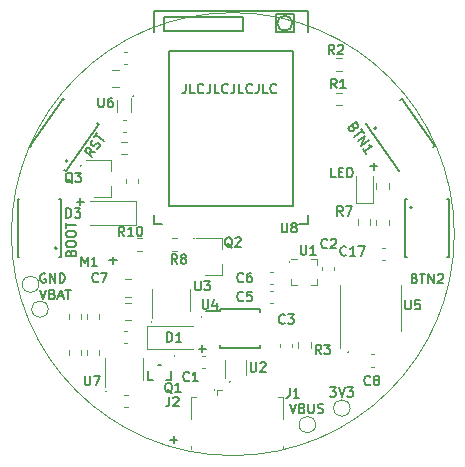
<source format=gto>
G04 #@! TF.GenerationSoftware,KiCad,Pcbnew,(5.1.10)-1*
G04 #@! TF.CreationDate,2021-07-30T17:06:45-07:00*
G04 #@! TF.ProjectId,esp32-smartwatch,65737033-322d-4736-9d61-727477617463,rev?*
G04 #@! TF.SameCoordinates,PX8f56560PY66b5f20*
G04 #@! TF.FileFunction,Legend,Top*
G04 #@! TF.FilePolarity,Positive*
%FSLAX46Y46*%
G04 Gerber Fmt 4.6, Leading zero omitted, Abs format (unit mm)*
G04 Created by KiCad (PCBNEW (5.1.10)-1) date 2021-07-30 17:06:45*
%MOMM*%
%LPD*%
G01*
G04 APERTURE LIST*
%ADD10C,0.153000*%
%ADD11C,0.150000*%
G04 #@! TA.AperFunction,Profile*
%ADD12C,0.050000*%
G04 #@! TD*
%ADD13C,0.152400*%
%ADD14C,0.120000*%
%ADD15C,0.200000*%
%ADD16O,1.300000X2.000000*%
%ADD17C,1.550000*%
%ADD18C,0.900000*%
%ADD19C,2.000000*%
G04 APERTURE END LIST*
D10*
X14804761Y31538096D02*
X14804761Y30966667D01*
X14766666Y30852381D01*
X14690476Y30776191D01*
X14576190Y30738096D01*
X14500000Y30738096D01*
X15566666Y30738096D02*
X15185714Y30738096D01*
X15185714Y31538096D01*
X16290476Y30814286D02*
X16252380Y30776191D01*
X16138095Y30738096D01*
X16061904Y30738096D01*
X15947619Y30776191D01*
X15871428Y30852381D01*
X15833333Y30928572D01*
X15795238Y31080953D01*
X15795238Y31195239D01*
X15833333Y31347620D01*
X15871428Y31423810D01*
X15947619Y31500000D01*
X16061904Y31538096D01*
X16138095Y31538096D01*
X16252380Y31500000D01*
X16290476Y31461905D01*
X16861904Y31538096D02*
X16861904Y30966667D01*
X16823809Y30852381D01*
X16747619Y30776191D01*
X16633333Y30738096D01*
X16557142Y30738096D01*
X17623809Y30738096D02*
X17242857Y30738096D01*
X17242857Y31538096D01*
X18347619Y30814286D02*
X18309523Y30776191D01*
X18195238Y30738096D01*
X18119047Y30738096D01*
X18004761Y30776191D01*
X17928571Y30852381D01*
X17890476Y30928572D01*
X17852380Y31080953D01*
X17852380Y31195239D01*
X17890476Y31347620D01*
X17928571Y31423810D01*
X18004761Y31500000D01*
X18119047Y31538096D01*
X18195238Y31538096D01*
X18309523Y31500000D01*
X18347619Y31461905D01*
X18919047Y31538096D02*
X18919047Y30966667D01*
X18880952Y30852381D01*
X18804761Y30776191D01*
X18690476Y30738096D01*
X18614285Y30738096D01*
X19680952Y30738096D02*
X19300000Y30738096D01*
X19300000Y31538096D01*
X20404761Y30814286D02*
X20366666Y30776191D01*
X20252380Y30738096D01*
X20176190Y30738096D01*
X20061904Y30776191D01*
X19985714Y30852381D01*
X19947619Y30928572D01*
X19909523Y31080953D01*
X19909523Y31195239D01*
X19947619Y31347620D01*
X19985714Y31423810D01*
X20061904Y31500000D01*
X20176190Y31538096D01*
X20252380Y31538096D01*
X20366666Y31500000D01*
X20404761Y31461905D01*
X20976190Y31538096D02*
X20976190Y30966667D01*
X20938095Y30852381D01*
X20861904Y30776191D01*
X20747619Y30738096D01*
X20671428Y30738096D01*
X21738095Y30738096D02*
X21357142Y30738096D01*
X21357142Y31538096D01*
X22461904Y30814286D02*
X22423809Y30776191D01*
X22309523Y30738096D01*
X22233333Y30738096D01*
X22119047Y30776191D01*
X22042857Y30852381D01*
X22004761Y30928572D01*
X21966666Y31080953D01*
X21966666Y31195239D01*
X22004761Y31347620D01*
X22042857Y31423810D01*
X22119047Y31500000D01*
X22233333Y31538096D01*
X22309523Y31538096D01*
X22423809Y31500000D01*
X22461904Y31461905D01*
X11900000Y11350000D02*
G75*
G03*
X11900000Y11350000I-50000J0D01*
G01*
X17250000Y5600000D02*
G75*
G03*
X17250000Y5600000I-50000J0D01*
G01*
X16150000Y11800000D02*
G75*
G03*
X16150000Y11800000I-50000J0D01*
G01*
X5545238Y21542858D02*
X6154761Y21542858D01*
X5850000Y21238096D02*
X5850000Y21847620D01*
X15895238Y9092858D02*
X16504761Y9092858D01*
X16200000Y8788096D02*
X16200000Y9397620D01*
D11*
X5900000Y24600000D02*
G75*
G03*
X5900000Y24600000I-50000J0D01*
G01*
X28550000Y8800000D02*
G75*
G03*
X28550000Y8800000I-50000J0D01*
G01*
D10*
X18550000Y6300000D02*
G75*
G03*
X18550000Y6300000I-50000J0D01*
G01*
X8050000Y5500000D02*
G75*
G03*
X8050000Y5500000I-50000J0D01*
G01*
X13850000Y8487600D02*
G75*
G03*
X13850000Y8487600I-50000J0D01*
G01*
X15500000Y18450000D02*
G75*
G03*
X15500000Y18450000I-50000J0D01*
G01*
X23587600Y16412400D02*
G75*
G03*
X23587600Y16412400I-50000J0D01*
G01*
D11*
X10350000Y30500000D02*
G75*
G03*
X10350000Y30500000I-50000J0D01*
G01*
D10*
X30395238Y24542858D02*
X31004761Y24542858D01*
X30700000Y24238096D02*
X30700000Y24847620D01*
D12*
X37530000Y18800000D02*
G75*
G03*
X37530000Y18800000I-18750000J0D01*
G01*
D13*
X13110900Y6417500D02*
X13568100Y6417500D01*
X11586900Y7204900D02*
X11586900Y6417500D01*
X11586900Y6417500D02*
X12044100Y6417500D01*
X13568100Y6417500D02*
X13568100Y6747700D01*
X13568100Y6747700D02*
X13568100Y7204900D01*
X12679100Y7687500D02*
X12475900Y7687500D01*
D14*
X15218000Y5036000D02*
X15668000Y5036000D01*
X15218000Y3186000D02*
X15218000Y5036000D01*
X23018000Y636000D02*
X23018000Y886000D01*
X15218000Y636000D02*
X15218000Y886000D01*
X23018000Y3186000D02*
X23018000Y5036000D01*
X23018000Y5036000D02*
X22568000Y5036000D01*
X17418000Y5586000D02*
X17868000Y5586000D01*
X17418000Y5586000D02*
X17418000Y5136000D01*
D15*
X4100000Y21758000D02*
X4250000Y21758000D01*
X4250000Y21758000D02*
X4250000Y16858000D01*
X4250000Y16858000D02*
X4100000Y16858000D01*
X700000Y21758000D02*
X550000Y21758000D01*
X550000Y21758000D02*
X550000Y16858000D01*
X550000Y16858000D02*
X700000Y16858000D01*
X3900000Y17608000D02*
G75*
G03*
X3900000Y17608000I-100000J0D01*
G01*
X30939107Y27771551D02*
G75*
G03*
X30939107Y27771551I-100000J0D01*
G01*
X33071169Y30250039D02*
X32948296Y30164002D01*
X35881694Y26236194D02*
X33071169Y30250039D01*
X35758821Y26150157D02*
X35881694Y26236194D01*
X30040306Y28127806D02*
X30163179Y28213843D01*
X32850831Y24113961D02*
X30040306Y28127806D01*
X32973704Y24199998D02*
X32850831Y24113961D01*
D14*
X30635000Y21402500D02*
X30635000Y23687500D01*
X29165000Y21402500D02*
X30635000Y21402500D01*
X29165000Y23687500D02*
X29165000Y21402500D01*
D11*
X17697000Y12249000D02*
X16472000Y12249000D01*
X17697000Y9124000D02*
X21047000Y9124000D01*
X17697000Y12474000D02*
X21047000Y12474000D01*
X17697000Y9124000D02*
X17697000Y9424000D01*
X21047000Y9124000D02*
X21047000Y9424000D01*
X21047000Y12474000D02*
X21047000Y12174000D01*
X17697000Y12474000D02*
X17697000Y12249000D01*
X12110000Y37648000D02*
X25110000Y37648000D01*
X25110000Y35948000D02*
X25110000Y37648000D01*
X12110000Y35948000D02*
X12110000Y37648000D01*
X12810000Y19698000D02*
X12110000Y19698000D01*
X12110000Y20398000D02*
X12110000Y19698000D01*
X24410000Y19698000D02*
X25110000Y19698000D01*
X25110000Y20398000D02*
X25110000Y19698000D01*
X13340000Y21149500D02*
X13340000Y34294000D01*
X23880000Y21149500D02*
X13340000Y21149500D01*
X23880000Y34294000D02*
X23880000Y21149500D01*
X13340000Y34294000D02*
X23880000Y34294000D01*
X22416000Y35891000D02*
X22416000Y37415000D01*
X23940000Y35891000D02*
X22416000Y35891000D01*
X23940000Y37415000D02*
X23940000Y35891000D01*
X22416000Y37415000D02*
X23940000Y37415000D01*
X23813000Y36653000D02*
G75*
G03*
X23813000Y36653000I-635000J0D01*
G01*
X19672000Y37198000D02*
X12941000Y37198000D01*
X19672000Y35998000D02*
X19672000Y37198000D01*
X12941000Y35998000D02*
X19672000Y35998000D01*
X12941000Y37198000D02*
X12941000Y35998000D01*
D14*
X18091000Y6597000D02*
X18091000Y8147000D01*
X19891000Y8147000D02*
X19891000Y6847000D01*
X2355500Y14545500D02*
G75*
G03*
X2355500Y14545500I-700000J0D01*
G01*
X28708000Y4068000D02*
G75*
G03*
X28708000Y4068000I-700000J0D01*
G01*
X3150000Y12450000D02*
G75*
G03*
X3150000Y12450000I-700000J0D01*
G01*
X25787000Y2671000D02*
G75*
G03*
X25787000Y2671000I-700000J0D01*
G01*
D15*
X7310821Y28213843D02*
X7433694Y28127806D01*
X7433694Y28127806D02*
X4623169Y24113961D01*
X4623169Y24113961D02*
X4500296Y24199998D01*
X4525704Y30164002D02*
X4402831Y30250039D01*
X4402831Y30250039D02*
X1592306Y26236194D01*
X1592306Y26236194D02*
X1715179Y26150157D01*
X4784734Y24986435D02*
G75*
G03*
X4784734Y24986435I-100001J0D01*
G01*
X33547000Y16900000D02*
X33397000Y16900000D01*
X33397000Y16900000D02*
X33397000Y21800000D01*
X33397000Y21800000D02*
X33547000Y21800000D01*
X36947000Y16900000D02*
X37097000Y16900000D01*
X37097000Y16900000D02*
X37097000Y21800000D01*
X37097000Y21800000D02*
X36947000Y21800000D01*
X33947000Y21050000D02*
G75*
G03*
X33947000Y21050000I-100000J0D01*
G01*
D14*
X27861000Y12577000D02*
X27861000Y9127000D01*
X27861000Y12577000D02*
X27861000Y14527000D01*
X32981000Y12577000D02*
X32981000Y10627000D01*
X32981000Y12577000D02*
X32981000Y14527000D01*
X23819000Y9248420D02*
X23819000Y9529580D01*
X22799000Y9248420D02*
X22799000Y9529580D01*
X4879500Y9004258D02*
X4879500Y8529742D01*
X5924500Y9004258D02*
X5924500Y8529742D01*
X31423420Y16639000D02*
X31704580Y16639000D01*
X31423420Y17659000D02*
X31704580Y17659000D01*
X16451580Y8515000D02*
X16170420Y8515000D01*
X16451580Y7495000D02*
X16170420Y7495000D01*
X27375000Y15751420D02*
X27375000Y16032580D01*
X26355000Y15751420D02*
X26355000Y16032580D01*
X10174252Y12994500D02*
X9651748Y12994500D01*
X10174252Y11524500D02*
X9651748Y11524500D01*
X22165580Y14010000D02*
X21884420Y14010000D01*
X22165580Y12990000D02*
X21884420Y12990000D01*
X22166580Y14607000D02*
X21885420Y14607000D01*
X22166580Y15627000D02*
X21885420Y15627000D01*
X10174252Y13515000D02*
X9651748Y13515000D01*
X10174252Y14985000D02*
X9651748Y14985000D01*
X30459420Y7590000D02*
X30740580Y7590000D01*
X30459420Y8610000D02*
X30740580Y8610000D01*
X9111252Y32710000D02*
X8588748Y32710000D01*
X9111252Y31240000D02*
X8588748Y31240000D01*
X9840580Y33190000D02*
X9559420Y33190000D01*
X9840580Y34210000D02*
X9559420Y34210000D01*
X9725580Y28440000D02*
X9444420Y28440000D01*
X9725580Y27420000D02*
X9444420Y27420000D01*
X9847580Y9590500D02*
X9566420Y9590500D01*
X9847580Y10610500D02*
X9566420Y10610500D01*
X9865580Y5210000D02*
X9584420Y5210000D01*
X9865580Y4190000D02*
X9584420Y4190000D01*
X9710000Y23144420D02*
X9710000Y23425580D01*
X10730000Y23144420D02*
X10730000Y23425580D01*
X11535000Y11037000D02*
X15435000Y11037000D01*
X11535000Y9037000D02*
X15435000Y9037000D01*
X11535000Y11037000D02*
X11535000Y9037000D01*
X10573000Y19578000D02*
X10573000Y21578000D01*
X10573000Y21578000D02*
X6673000Y21578000D01*
X10573000Y19578000D02*
X6673000Y19578000D01*
X17860000Y15320000D02*
X16400000Y15320000D01*
X17860000Y18480000D02*
X15700000Y18480000D01*
X17860000Y18480000D02*
X17860000Y17550000D01*
X17860000Y15320000D02*
X17860000Y16250000D01*
X8470000Y21930000D02*
X7010000Y21930000D01*
X8470000Y25090000D02*
X6310000Y25090000D01*
X8470000Y25090000D02*
X8470000Y24160000D01*
X8470000Y21930000D02*
X8470000Y22860000D01*
X27991258Y30752500D02*
X27516742Y30752500D01*
X27991258Y29707500D02*
X27516742Y29707500D01*
X27991258Y32628500D02*
X27516742Y32628500D01*
X27991258Y33673500D02*
X27516742Y33673500D01*
X25355500Y9639258D02*
X25355500Y9164742D01*
X24310500Y9639258D02*
X24310500Y9164742D01*
X4879500Y11577742D02*
X4879500Y12052258D01*
X5924500Y11577742D02*
X5924500Y12052258D01*
X7448500Y8529742D02*
X7448500Y9004258D01*
X6403500Y8529742D02*
X6403500Y9004258D01*
X7448500Y11577742D02*
X7448500Y12052258D01*
X6403500Y11577742D02*
X6403500Y12052258D01*
X29377500Y20037258D02*
X29377500Y19562742D01*
X30422500Y20037258D02*
X30422500Y19562742D01*
X13609742Y17388500D02*
X14084258Y17388500D01*
X13609742Y18433500D02*
X14084258Y18433500D01*
X9812258Y26612500D02*
X9337742Y26612500D01*
X9812258Y25567500D02*
X9337742Y25567500D01*
X11100258Y17388500D02*
X10625742Y17388500D01*
X11100258Y18433500D02*
X10625742Y18433500D01*
X31959500Y22626742D02*
X31959500Y23101258D01*
X30914500Y22626742D02*
X30914500Y23101258D01*
X31959500Y19537742D02*
X31959500Y20012258D01*
X30914500Y19537742D02*
X30914500Y20012258D01*
X23737000Y16725500D02*
X23737000Y16725500D01*
X24237000Y16725500D02*
X23737000Y16725500D01*
X23737000Y15025500D02*
X23737000Y15025500D01*
X23737000Y14525500D02*
X23737000Y15025500D01*
X24237000Y14525500D02*
X23737000Y14525500D01*
X25437000Y14525500D02*
X25437000Y14525500D01*
X25937000Y14525500D02*
X25437000Y14525500D01*
X25937000Y15025500D02*
X25937000Y14525500D01*
X25937000Y16225500D02*
X25937000Y16225500D01*
X25937000Y16725500D02*
X25937000Y16225500D01*
X25437000Y16725500D02*
X25937000Y16725500D01*
X11920000Y14112000D02*
X11920000Y11662000D01*
X15140000Y12312000D02*
X15140000Y14112000D01*
X10190000Y30300000D02*
X10190000Y29140000D01*
X8930000Y30140000D02*
X8930000Y29140000D01*
X7922000Y8270000D02*
X7922000Y5820000D01*
X11142000Y6470000D02*
X11142000Y8270000D01*
D10*
X13644309Y5344405D02*
X13568119Y5382500D01*
X13491928Y5458691D01*
X13377642Y5572977D01*
X13301452Y5611072D01*
X13225261Y5611072D01*
X13263357Y5420596D02*
X13187166Y5458691D01*
X13110976Y5534881D01*
X13072880Y5687262D01*
X13072880Y5953929D01*
X13110976Y6106310D01*
X13187166Y6182500D01*
X13263357Y6220596D01*
X13415738Y6220596D01*
X13491928Y6182500D01*
X13568119Y6106310D01*
X13606214Y5953929D01*
X13606214Y5687262D01*
X13568119Y5534881D01*
X13491928Y5458691D01*
X13415738Y5420596D01*
X13263357Y5420596D01*
X14368119Y5420596D02*
X13910976Y5420596D01*
X14139547Y5420596D02*
X14139547Y6220596D01*
X14063357Y6106310D01*
X13987166Y6030120D01*
X13910976Y5992024D01*
X23583333Y5747596D02*
X23583333Y5176167D01*
X23545238Y5061881D01*
X23469047Y4985691D01*
X23354761Y4947596D01*
X23278571Y4947596D01*
X24383333Y4947596D02*
X23926190Y4947596D01*
X24154761Y4947596D02*
X24154761Y5747596D01*
X24078571Y5633310D01*
X24002380Y5557120D01*
X23926190Y5519024D01*
X5042857Y17214286D02*
X5080952Y17328572D01*
X5119047Y17366667D01*
X5195238Y17404762D01*
X5309523Y17404762D01*
X5385714Y17366667D01*
X5423809Y17328572D01*
X5461904Y17252381D01*
X5461904Y16947620D01*
X4661904Y16947620D01*
X4661904Y17214286D01*
X4700000Y17290477D01*
X4738095Y17328572D01*
X4814285Y17366667D01*
X4890476Y17366667D01*
X4966666Y17328572D01*
X5004761Y17290477D01*
X5042857Y17214286D01*
X5042857Y16947620D01*
X4661904Y17900000D02*
X4661904Y18052381D01*
X4700000Y18128572D01*
X4776190Y18204762D01*
X4928571Y18242858D01*
X5195238Y18242858D01*
X5347619Y18204762D01*
X5423809Y18128572D01*
X5461904Y18052381D01*
X5461904Y17900000D01*
X5423809Y17823810D01*
X5347619Y17747620D01*
X5195238Y17709524D01*
X4928571Y17709524D01*
X4776190Y17747620D01*
X4700000Y17823810D01*
X4661904Y17900000D01*
X4661904Y18738096D02*
X4661904Y18890477D01*
X4700000Y18966667D01*
X4776190Y19042858D01*
X4928571Y19080953D01*
X5195238Y19080953D01*
X5347619Y19042858D01*
X5423809Y18966667D01*
X5461904Y18890477D01*
X5461904Y18738096D01*
X5423809Y18661905D01*
X5347619Y18585715D01*
X5195238Y18547620D01*
X4928571Y18547620D01*
X4776190Y18585715D01*
X4700000Y18661905D01*
X4661904Y18738096D01*
X4661904Y19309524D02*
X4661904Y19766667D01*
X5461904Y19538096D02*
X4661904Y19538096D01*
X29041419Y27818936D02*
X29075764Y27703468D01*
X29066409Y27650411D01*
X29025848Y27575504D01*
X28932231Y27509953D01*
X28847969Y27497458D01*
X28794912Y27506813D01*
X28720005Y27547374D01*
X28545201Y27797020D01*
X29200523Y28255881D01*
X29353477Y28037441D01*
X29365972Y27953179D01*
X29356617Y27900122D01*
X29316055Y27825216D01*
X29253644Y27781515D01*
X29169382Y27769019D01*
X29116325Y27778375D01*
X29041419Y27818936D01*
X28888465Y28037376D01*
X29593832Y27694177D02*
X29856039Y27319708D01*
X29069614Y27048081D02*
X29724936Y27506942D01*
X29353671Y26642406D02*
X30008992Y27101267D01*
X29615877Y26267936D01*
X30271199Y26726798D01*
X30074738Y25612615D02*
X29812532Y25987084D01*
X29943635Y25799850D02*
X30598957Y26258711D01*
X30461638Y26255571D01*
X30355526Y26274281D01*
X30280619Y26314842D01*
X27485714Y23638096D02*
X27104761Y23638096D01*
X27104761Y24438096D01*
X27752380Y24057143D02*
X28019047Y24057143D01*
X28133333Y23638096D02*
X27752380Y23638096D01*
X27752380Y24438096D01*
X28133333Y24438096D01*
X28476190Y23638096D02*
X28476190Y24438096D01*
X28666666Y24438096D01*
X28780952Y24400000D01*
X28857142Y24323810D01*
X28895238Y24247620D01*
X28933333Y24095239D01*
X28933333Y23980953D01*
X28895238Y23828572D01*
X28857142Y23752381D01*
X28780952Y23676191D01*
X28666666Y23638096D01*
X28476190Y23638096D01*
X16222476Y13269096D02*
X16222476Y12621477D01*
X16260571Y12545286D01*
X16298666Y12507191D01*
X16374857Y12469096D01*
X16527238Y12469096D01*
X16603428Y12507191D01*
X16641523Y12545286D01*
X16679619Y12621477D01*
X16679619Y13269096D01*
X17403428Y13002429D02*
X17403428Y12469096D01*
X17212952Y13307191D02*
X17022476Y12735762D01*
X17517714Y12735762D01*
X22940476Y19738096D02*
X22940476Y19090477D01*
X22978571Y19014286D01*
X23016666Y18976191D01*
X23092857Y18938096D01*
X23245238Y18938096D01*
X23321428Y18976191D01*
X23359523Y19014286D01*
X23397619Y19090477D01*
X23397619Y19738096D01*
X23892857Y19395239D02*
X23816666Y19433334D01*
X23778571Y19471429D01*
X23740476Y19547620D01*
X23740476Y19585715D01*
X23778571Y19661905D01*
X23816666Y19700000D01*
X23892857Y19738096D01*
X24045238Y19738096D01*
X24121428Y19700000D01*
X24159523Y19661905D01*
X24197619Y19585715D01*
X24197619Y19547620D01*
X24159523Y19471429D01*
X24121428Y19433334D01*
X24045238Y19395239D01*
X23892857Y19395239D01*
X23816666Y19357143D01*
X23778571Y19319048D01*
X23740476Y19242858D01*
X23740476Y19090477D01*
X23778571Y19014286D01*
X23816666Y18976191D01*
X23892857Y18938096D01*
X24045238Y18938096D01*
X24121428Y18976191D01*
X24159523Y19014286D01*
X24197619Y19090477D01*
X24197619Y19242858D01*
X24159523Y19319048D01*
X24121428Y19357143D01*
X24045238Y19395239D01*
X20290476Y7961096D02*
X20290476Y7313477D01*
X20328571Y7237286D01*
X20366666Y7199191D01*
X20442857Y7161096D01*
X20595238Y7161096D01*
X20671428Y7199191D01*
X20709523Y7237286D01*
X20747619Y7313477D01*
X20747619Y7961096D01*
X21090476Y7884905D02*
X21128571Y7923000D01*
X21204761Y7961096D01*
X21395238Y7961096D01*
X21471428Y7923000D01*
X21509523Y7884905D01*
X21547619Y7808715D01*
X21547619Y7732524D01*
X21509523Y7618239D01*
X21052380Y7161096D01*
X21547619Y7161096D01*
X2887476Y15453500D02*
X2811285Y15491596D01*
X2697000Y15491596D01*
X2582714Y15453500D01*
X2506523Y15377310D01*
X2468428Y15301120D01*
X2430333Y15148739D01*
X2430333Y15034453D01*
X2468428Y14882072D01*
X2506523Y14805881D01*
X2582714Y14729691D01*
X2697000Y14691596D01*
X2773190Y14691596D01*
X2887476Y14729691D01*
X2925571Y14767786D01*
X2925571Y15034453D01*
X2773190Y15034453D01*
X3268428Y14691596D02*
X3268428Y15491596D01*
X3725571Y14691596D01*
X3725571Y15491596D01*
X4106523Y14691596D02*
X4106523Y15491596D01*
X4297000Y15491596D01*
X4411285Y15453500D01*
X4487476Y15377310D01*
X4525571Y15301120D01*
X4563666Y15148739D01*
X4563666Y15034453D01*
X4525571Y14882072D01*
X4487476Y14805881D01*
X4411285Y14729691D01*
X4297000Y14691596D01*
X4106523Y14691596D01*
X27009523Y5838096D02*
X27504761Y5838096D01*
X27238095Y5533334D01*
X27352380Y5533334D01*
X27428571Y5495239D01*
X27466666Y5457143D01*
X27504761Y5380953D01*
X27504761Y5190477D01*
X27466666Y5114286D01*
X27428571Y5076191D01*
X27352380Y5038096D01*
X27123809Y5038096D01*
X27047619Y5076191D01*
X27009523Y5114286D01*
X27733333Y5838096D02*
X28000000Y5038096D01*
X28266666Y5838096D01*
X28457142Y5838096D02*
X28952380Y5838096D01*
X28685714Y5533334D01*
X28800000Y5533334D01*
X28876190Y5495239D01*
X28914285Y5457143D01*
X28952380Y5380953D01*
X28952380Y5190477D01*
X28914285Y5114286D01*
X28876190Y5076191D01*
X28800000Y5038096D01*
X28571428Y5038096D01*
X28495238Y5076191D01*
X28457142Y5114286D01*
X2436714Y14094596D02*
X2703380Y13294596D01*
X2970047Y14094596D01*
X3503380Y13713643D02*
X3617666Y13675548D01*
X3655761Y13637453D01*
X3693857Y13561262D01*
X3693857Y13446977D01*
X3655761Y13370786D01*
X3617666Y13332691D01*
X3541476Y13294596D01*
X3236714Y13294596D01*
X3236714Y14094596D01*
X3503380Y14094596D01*
X3579571Y14056500D01*
X3617666Y14018405D01*
X3655761Y13942215D01*
X3655761Y13866024D01*
X3617666Y13789834D01*
X3579571Y13751739D01*
X3503380Y13713643D01*
X3236714Y13713643D01*
X3998619Y13523167D02*
X4379571Y13523167D01*
X3922428Y13294596D02*
X4189095Y14094596D01*
X4455761Y13294596D01*
X4608142Y14094596D02*
X5065285Y14094596D01*
X4836714Y13294596D02*
X4836714Y14094596D01*
X23583333Y4442596D02*
X23850000Y3642596D01*
X24116666Y4442596D01*
X24650000Y4061643D02*
X24764285Y4023548D01*
X24802380Y3985453D01*
X24840476Y3909262D01*
X24840476Y3794977D01*
X24802380Y3718786D01*
X24764285Y3680691D01*
X24688095Y3642596D01*
X24383333Y3642596D01*
X24383333Y4442596D01*
X24650000Y4442596D01*
X24726190Y4404500D01*
X24764285Y4366405D01*
X24802380Y4290215D01*
X24802380Y4214024D01*
X24764285Y4137834D01*
X24726190Y4099739D01*
X24650000Y4061643D01*
X24383333Y4061643D01*
X25183333Y4442596D02*
X25183333Y3794977D01*
X25221428Y3718786D01*
X25259523Y3680691D01*
X25335714Y3642596D01*
X25488095Y3642596D01*
X25564285Y3680691D01*
X25602380Y3718786D01*
X25640476Y3794977D01*
X25640476Y4442596D01*
X25983333Y3680691D02*
X26097619Y3642596D01*
X26288095Y3642596D01*
X26364285Y3680691D01*
X26402380Y3718786D01*
X26440476Y3794977D01*
X26440476Y3871167D01*
X26402380Y3947358D01*
X26364285Y3985453D01*
X26288095Y4023548D01*
X26135714Y4061643D01*
X26059523Y4099739D01*
X26021428Y4137834D01*
X25983333Y4214024D01*
X25983333Y4290215D01*
X26021428Y4366405D01*
X26059523Y4404500D01*
X26135714Y4442596D01*
X26326190Y4442596D01*
X26440476Y4404500D01*
X13390333Y5014096D02*
X13390333Y4442667D01*
X13352238Y4328381D01*
X13276047Y4252191D01*
X13161761Y4214096D01*
X13085571Y4214096D01*
X13733190Y4937905D02*
X13771285Y4976000D01*
X13847476Y5014096D01*
X14037952Y5014096D01*
X14114142Y4976000D01*
X14152238Y4937905D01*
X14190333Y4861715D01*
X14190333Y4785524D01*
X14152238Y4671239D01*
X13695095Y4214096D01*
X14190333Y4214096D01*
X13777642Y1096239D02*
X13777642Y1705762D01*
X14082404Y1401000D02*
X13472880Y1401000D01*
X7145173Y25726554D02*
X6680162Y25726619D01*
X6882967Y25352084D02*
X6227645Y25810945D01*
X6402450Y26060592D01*
X6477357Y26101153D01*
X6530413Y26110508D01*
X6614675Y26098013D01*
X6708292Y26032461D01*
X6748853Y25957554D01*
X6758209Y25904498D01*
X6745713Y25820236D01*
X6570909Y25570590D01*
X7288772Y25998051D02*
X7385529Y26069818D01*
X7494782Y26225847D01*
X7507277Y26310109D01*
X7497922Y26363165D01*
X7457361Y26438072D01*
X7394949Y26481773D01*
X7310687Y26494268D01*
X7257631Y26484913D01*
X7182724Y26444352D01*
X7064116Y26341379D01*
X6989209Y26300818D01*
X6936153Y26291463D01*
X6851891Y26303958D01*
X6789479Y26347659D01*
X6748918Y26422566D01*
X6739563Y26475622D01*
X6752058Y26559885D01*
X6861311Y26715913D01*
X6958068Y26787680D01*
X7057966Y26996766D02*
X7320172Y27371235D01*
X7844390Y26725139D02*
X7189069Y27184000D01*
X34173980Y15057143D02*
X34288266Y15019048D01*
X34326361Y14980953D01*
X34364457Y14904762D01*
X34364457Y14790477D01*
X34326361Y14714286D01*
X34288266Y14676191D01*
X34212076Y14638096D01*
X33907314Y14638096D01*
X33907314Y15438096D01*
X34173980Y15438096D01*
X34250171Y15400000D01*
X34288266Y15361905D01*
X34326361Y15285715D01*
X34326361Y15209524D01*
X34288266Y15133334D01*
X34250171Y15095239D01*
X34173980Y15057143D01*
X33907314Y15057143D01*
X34593028Y15438096D02*
X35050171Y15438096D01*
X34821600Y14638096D02*
X34821600Y15438096D01*
X35316838Y14638096D02*
X35316838Y15438096D01*
X35773980Y14638096D01*
X35773980Y15438096D01*
X36116838Y15361905D02*
X36154933Y15400000D01*
X36231123Y15438096D01*
X36421600Y15438096D01*
X36497790Y15400000D01*
X36535885Y15361905D01*
X36573980Y15285715D01*
X36573980Y15209524D01*
X36535885Y15095239D01*
X36078742Y14638096D01*
X36573980Y14638096D01*
X33367476Y13218296D02*
X33367476Y12570677D01*
X33405571Y12494486D01*
X33443666Y12456391D01*
X33519857Y12418296D01*
X33672238Y12418296D01*
X33748428Y12456391D01*
X33786523Y12494486D01*
X33824619Y12570677D01*
X33824619Y13218296D01*
X34586523Y13218296D02*
X34205571Y13218296D01*
X34167476Y12837343D01*
X34205571Y12875439D01*
X34281761Y12913534D01*
X34472238Y12913534D01*
X34548428Y12875439D01*
X34586523Y12837343D01*
X34624619Y12761153D01*
X34624619Y12570677D01*
X34586523Y12494486D01*
X34548428Y12456391D01*
X34472238Y12418296D01*
X34281761Y12418296D01*
X34205571Y12456391D01*
X34167476Y12494486D01*
X23175666Y11275286D02*
X23137571Y11237191D01*
X23023285Y11199096D01*
X22947095Y11199096D01*
X22832809Y11237191D01*
X22756619Y11313381D01*
X22718523Y11389572D01*
X22680428Y11541953D01*
X22680428Y11656239D01*
X22718523Y11808620D01*
X22756619Y11884810D01*
X22832809Y11961000D01*
X22947095Y11999096D01*
X23023285Y11999096D01*
X23137571Y11961000D01*
X23175666Y11922905D01*
X23442333Y11999096D02*
X23937571Y11999096D01*
X23670904Y11694334D01*
X23785190Y11694334D01*
X23861380Y11656239D01*
X23899476Y11618143D01*
X23937571Y11541953D01*
X23937571Y11351477D01*
X23899476Y11275286D01*
X23861380Y11237191D01*
X23785190Y11199096D01*
X23556619Y11199096D01*
X23480428Y11237191D01*
X23442333Y11275286D01*
X5960880Y16088596D02*
X5960880Y16888596D01*
X6227547Y16317167D01*
X6494214Y16888596D01*
X6494214Y16088596D01*
X7294214Y16088596D02*
X6837071Y16088596D01*
X7065642Y16088596D02*
X7065642Y16888596D01*
X6989452Y16774310D01*
X6913261Y16698120D01*
X6837071Y16660024D01*
X8335738Y16583858D02*
X8945261Y16583858D01*
X8640500Y16279096D02*
X8640500Y16888620D01*
X28382714Y17053786D02*
X28344619Y17015691D01*
X28230333Y16977596D01*
X28154142Y16977596D01*
X28039857Y17015691D01*
X27963666Y17091881D01*
X27925571Y17168072D01*
X27887476Y17320453D01*
X27887476Y17434739D01*
X27925571Y17587120D01*
X27963666Y17663310D01*
X28039857Y17739500D01*
X28154142Y17777596D01*
X28230333Y17777596D01*
X28344619Y17739500D01*
X28382714Y17701405D01*
X29144619Y16977596D02*
X28687476Y16977596D01*
X28916047Y16977596D02*
X28916047Y17777596D01*
X28839857Y17663310D01*
X28763666Y17587120D01*
X28687476Y17549024D01*
X29411285Y17777596D02*
X29944619Y17777596D01*
X29601761Y16977596D01*
X15066666Y6414286D02*
X15028571Y6376191D01*
X14914285Y6338096D01*
X14838095Y6338096D01*
X14723809Y6376191D01*
X14647619Y6452381D01*
X14609523Y6528572D01*
X14571428Y6680953D01*
X14571428Y6795239D01*
X14609523Y6947620D01*
X14647619Y7023810D01*
X14723809Y7100000D01*
X14838095Y7138096D01*
X14914285Y7138096D01*
X15028571Y7100000D01*
X15066666Y7061905D01*
X15828571Y6338096D02*
X15371428Y6338096D01*
X15600000Y6338096D02*
X15600000Y7138096D01*
X15523809Y7023810D01*
X15447619Y6947620D01*
X15371428Y6909524D01*
X26766666Y17664286D02*
X26728571Y17626191D01*
X26614285Y17588096D01*
X26538095Y17588096D01*
X26423809Y17626191D01*
X26347619Y17702381D01*
X26309523Y17778572D01*
X26271428Y17930953D01*
X26271428Y18045239D01*
X26309523Y18197620D01*
X26347619Y18273810D01*
X26423809Y18350000D01*
X26538095Y18388096D01*
X26614285Y18388096D01*
X26728571Y18350000D01*
X26766666Y18311905D01*
X27071428Y18311905D02*
X27109523Y18350000D01*
X27185714Y18388096D01*
X27376190Y18388096D01*
X27452380Y18350000D01*
X27490476Y18311905D01*
X27528571Y18235715D01*
X27528571Y18159524D01*
X27490476Y18045239D01*
X27033333Y17588096D01*
X27528571Y17588096D01*
X19666666Y13214286D02*
X19628571Y13176191D01*
X19514285Y13138096D01*
X19438095Y13138096D01*
X19323809Y13176191D01*
X19247619Y13252381D01*
X19209523Y13328572D01*
X19171428Y13480953D01*
X19171428Y13595239D01*
X19209523Y13747620D01*
X19247619Y13823810D01*
X19323809Y13900000D01*
X19438095Y13938096D01*
X19514285Y13938096D01*
X19628571Y13900000D01*
X19666666Y13861905D01*
X20390476Y13938096D02*
X20009523Y13938096D01*
X19971428Y13557143D01*
X20009523Y13595239D01*
X20085714Y13633334D01*
X20276190Y13633334D01*
X20352380Y13595239D01*
X20390476Y13557143D01*
X20428571Y13480953D01*
X20428571Y13290477D01*
X20390476Y13214286D01*
X20352380Y13176191D01*
X20276190Y13138096D01*
X20085714Y13138096D01*
X20009523Y13176191D01*
X19971428Y13214286D01*
X19666666Y14814286D02*
X19628571Y14776191D01*
X19514285Y14738096D01*
X19438095Y14738096D01*
X19323809Y14776191D01*
X19247619Y14852381D01*
X19209523Y14928572D01*
X19171428Y15080953D01*
X19171428Y15195239D01*
X19209523Y15347620D01*
X19247619Y15423810D01*
X19323809Y15500000D01*
X19438095Y15538096D01*
X19514285Y15538096D01*
X19628571Y15500000D01*
X19666666Y15461905D01*
X20352380Y15538096D02*
X20200000Y15538096D01*
X20123809Y15500000D01*
X20085714Y15461905D01*
X20009523Y15347620D01*
X19971428Y15195239D01*
X19971428Y14890477D01*
X20009523Y14814286D01*
X20047619Y14776191D01*
X20123809Y14738096D01*
X20276190Y14738096D01*
X20352380Y14776191D01*
X20390476Y14814286D01*
X20428571Y14890477D01*
X20428571Y15080953D01*
X20390476Y15157143D01*
X20352380Y15195239D01*
X20276190Y15233334D01*
X20123809Y15233334D01*
X20047619Y15195239D01*
X20009523Y15157143D01*
X19971428Y15080953D01*
X7366666Y14799786D02*
X7328571Y14761691D01*
X7214285Y14723596D01*
X7138095Y14723596D01*
X7023809Y14761691D01*
X6947619Y14837881D01*
X6909523Y14914072D01*
X6871428Y15066453D01*
X6871428Y15180739D01*
X6909523Y15333120D01*
X6947619Y15409310D01*
X7023809Y15485500D01*
X7138095Y15523596D01*
X7214285Y15523596D01*
X7328571Y15485500D01*
X7366666Y15447405D01*
X7633333Y15523596D02*
X8166666Y15523596D01*
X7823809Y14723596D01*
X30414666Y6068286D02*
X30376571Y6030191D01*
X30262285Y5992096D01*
X30186095Y5992096D01*
X30071809Y6030191D01*
X29995619Y6106381D01*
X29957523Y6182572D01*
X29919428Y6334953D01*
X29919428Y6449239D01*
X29957523Y6601620D01*
X29995619Y6677810D01*
X30071809Y6754000D01*
X30186095Y6792096D01*
X30262285Y6792096D01*
X30376571Y6754000D01*
X30414666Y6715905D01*
X30871809Y6449239D02*
X30795619Y6487334D01*
X30757523Y6525429D01*
X30719428Y6601620D01*
X30719428Y6639715D01*
X30757523Y6715905D01*
X30795619Y6754000D01*
X30871809Y6792096D01*
X31024190Y6792096D01*
X31100380Y6754000D01*
X31138476Y6715905D01*
X31176571Y6639715D01*
X31176571Y6601620D01*
X31138476Y6525429D01*
X31100380Y6487334D01*
X31024190Y6449239D01*
X30871809Y6449239D01*
X30795619Y6411143D01*
X30757523Y6373048D01*
X30719428Y6296858D01*
X30719428Y6144477D01*
X30757523Y6068286D01*
X30795619Y6030191D01*
X30871809Y5992096D01*
X31024190Y5992096D01*
X31100380Y6030191D01*
X31138476Y6068286D01*
X31176571Y6144477D01*
X31176571Y6296858D01*
X31138476Y6373048D01*
X31100380Y6411143D01*
X31024190Y6449239D01*
X13209523Y9688096D02*
X13209523Y10488096D01*
X13400000Y10488096D01*
X13514285Y10450000D01*
X13590476Y10373810D01*
X13628571Y10297620D01*
X13666666Y10145239D01*
X13666666Y10030953D01*
X13628571Y9878572D01*
X13590476Y9802381D01*
X13514285Y9726191D01*
X13400000Y9688096D01*
X13209523Y9688096D01*
X14428571Y9688096D02*
X13971428Y9688096D01*
X14200000Y9688096D02*
X14200000Y10488096D01*
X14123809Y10373810D01*
X14047619Y10297620D01*
X13971428Y10259524D01*
X4659523Y20188096D02*
X4659523Y20988096D01*
X4850000Y20988096D01*
X4964285Y20950000D01*
X5040476Y20873810D01*
X5078571Y20797620D01*
X5116666Y20645239D01*
X5116666Y20530953D01*
X5078571Y20378572D01*
X5040476Y20302381D01*
X4964285Y20226191D01*
X4850000Y20188096D01*
X4659523Y20188096D01*
X5383333Y20988096D02*
X5878571Y20988096D01*
X5611904Y20683334D01*
X5726190Y20683334D01*
X5802380Y20645239D01*
X5840476Y20607143D01*
X5878571Y20530953D01*
X5878571Y20340477D01*
X5840476Y20264286D01*
X5802380Y20226191D01*
X5726190Y20188096D01*
X5497619Y20188096D01*
X5421428Y20226191D01*
X5383333Y20264286D01*
X18723809Y17661905D02*
X18647619Y17700000D01*
X18571428Y17776191D01*
X18457142Y17890477D01*
X18380952Y17928572D01*
X18304761Y17928572D01*
X18342857Y17738096D02*
X18266666Y17776191D01*
X18190476Y17852381D01*
X18152380Y18004762D01*
X18152380Y18271429D01*
X18190476Y18423810D01*
X18266666Y18500000D01*
X18342857Y18538096D01*
X18495238Y18538096D01*
X18571428Y18500000D01*
X18647619Y18423810D01*
X18685714Y18271429D01*
X18685714Y18004762D01*
X18647619Y17852381D01*
X18571428Y17776191D01*
X18495238Y17738096D01*
X18342857Y17738096D01*
X18990476Y18461905D02*
X19028571Y18500000D01*
X19104761Y18538096D01*
X19295238Y18538096D01*
X19371428Y18500000D01*
X19409523Y18461905D01*
X19447619Y18385715D01*
X19447619Y18309524D01*
X19409523Y18195239D01*
X18952380Y17738096D01*
X19447619Y17738096D01*
X5195809Y23122905D02*
X5119619Y23161000D01*
X5043428Y23237191D01*
X4929142Y23351477D01*
X4852952Y23389572D01*
X4776761Y23389572D01*
X4814857Y23199096D02*
X4738666Y23237191D01*
X4662476Y23313381D01*
X4624380Y23465762D01*
X4624380Y23732429D01*
X4662476Y23884810D01*
X4738666Y23961000D01*
X4814857Y23999096D01*
X4967238Y23999096D01*
X5043428Y23961000D01*
X5119619Y23884810D01*
X5157714Y23732429D01*
X5157714Y23465762D01*
X5119619Y23313381D01*
X5043428Y23237191D01*
X4967238Y23199096D01*
X4814857Y23199096D01*
X5424380Y23999096D02*
X5919619Y23999096D01*
X5652952Y23694334D01*
X5767238Y23694334D01*
X5843428Y23656239D01*
X5881523Y23618143D01*
X5919619Y23541953D01*
X5919619Y23351477D01*
X5881523Y23275286D01*
X5843428Y23237191D01*
X5767238Y23199096D01*
X5538666Y23199096D01*
X5462476Y23237191D01*
X5424380Y23275286D01*
X27566666Y31138096D02*
X27300000Y31519048D01*
X27109523Y31138096D02*
X27109523Y31938096D01*
X27414285Y31938096D01*
X27490476Y31900000D01*
X27528571Y31861905D01*
X27566666Y31785715D01*
X27566666Y31671429D01*
X27528571Y31595239D01*
X27490476Y31557143D01*
X27414285Y31519048D01*
X27109523Y31519048D01*
X28328571Y31138096D02*
X27871428Y31138096D01*
X28100000Y31138096D02*
X28100000Y31938096D01*
X28023809Y31823810D01*
X27947619Y31747620D01*
X27871428Y31709524D01*
X27366666Y34038096D02*
X27100000Y34419048D01*
X26909523Y34038096D02*
X26909523Y34838096D01*
X27214285Y34838096D01*
X27290476Y34800000D01*
X27328571Y34761905D01*
X27366666Y34685715D01*
X27366666Y34571429D01*
X27328571Y34495239D01*
X27290476Y34457143D01*
X27214285Y34419048D01*
X26909523Y34419048D01*
X27671428Y34761905D02*
X27709523Y34800000D01*
X27785714Y34838096D01*
X27976190Y34838096D01*
X28052380Y34800000D01*
X28090476Y34761905D01*
X28128571Y34685715D01*
X28128571Y34609524D01*
X28090476Y34495239D01*
X27633333Y34038096D01*
X28128571Y34038096D01*
X26266666Y8638096D02*
X26000000Y9019048D01*
X25809523Y8638096D02*
X25809523Y9438096D01*
X26114285Y9438096D01*
X26190476Y9400000D01*
X26228571Y9361905D01*
X26266666Y9285715D01*
X26266666Y9171429D01*
X26228571Y9095239D01*
X26190476Y9057143D01*
X26114285Y9019048D01*
X25809523Y9019048D01*
X26533333Y9438096D02*
X27028571Y9438096D01*
X26761904Y9133334D01*
X26876190Y9133334D01*
X26952380Y9095239D01*
X26990476Y9057143D01*
X27028571Y8980953D01*
X27028571Y8790477D01*
X26990476Y8714286D01*
X26952380Y8676191D01*
X26876190Y8638096D01*
X26647619Y8638096D01*
X26571428Y8676191D01*
X26533333Y8714286D01*
X28066666Y20338096D02*
X27800000Y20719048D01*
X27609523Y20338096D02*
X27609523Y21138096D01*
X27914285Y21138096D01*
X27990476Y21100000D01*
X28028571Y21061905D01*
X28066666Y20985715D01*
X28066666Y20871429D01*
X28028571Y20795239D01*
X27990476Y20757143D01*
X27914285Y20719048D01*
X27609523Y20719048D01*
X28333333Y21138096D02*
X28866666Y21138096D01*
X28523809Y20338096D01*
X14066666Y16288096D02*
X13800000Y16669048D01*
X13609523Y16288096D02*
X13609523Y17088096D01*
X13914285Y17088096D01*
X13990476Y17050000D01*
X14028571Y17011905D01*
X14066666Y16935715D01*
X14066666Y16821429D01*
X14028571Y16745239D01*
X13990476Y16707143D01*
X13914285Y16669048D01*
X13609523Y16669048D01*
X14523809Y16745239D02*
X14447619Y16783334D01*
X14409523Y16821429D01*
X14371428Y16897620D01*
X14371428Y16935715D01*
X14409523Y17011905D01*
X14447619Y17050000D01*
X14523809Y17088096D01*
X14676190Y17088096D01*
X14752380Y17050000D01*
X14790476Y17011905D01*
X14828571Y16935715D01*
X14828571Y16897620D01*
X14790476Y16821429D01*
X14752380Y16783334D01*
X14676190Y16745239D01*
X14523809Y16745239D01*
X14447619Y16707143D01*
X14409523Y16669048D01*
X14371428Y16592858D01*
X14371428Y16440477D01*
X14409523Y16364286D01*
X14447619Y16326191D01*
X14523809Y16288096D01*
X14676190Y16288096D01*
X14752380Y16326191D01*
X14790476Y16364286D01*
X14828571Y16440477D01*
X14828571Y16592858D01*
X14790476Y16669048D01*
X14752380Y16707143D01*
X14676190Y16745239D01*
X9585714Y18638096D02*
X9319047Y19019048D01*
X9128571Y18638096D02*
X9128571Y19438096D01*
X9433333Y19438096D01*
X9509523Y19400000D01*
X9547619Y19361905D01*
X9585714Y19285715D01*
X9585714Y19171429D01*
X9547619Y19095239D01*
X9509523Y19057143D01*
X9433333Y19019048D01*
X9128571Y19019048D01*
X10347619Y18638096D02*
X9890476Y18638096D01*
X10119047Y18638096D02*
X10119047Y19438096D01*
X10042857Y19323810D01*
X9966666Y19247620D01*
X9890476Y19209524D01*
X10842857Y19438096D02*
X10919047Y19438096D01*
X10995238Y19400000D01*
X11033333Y19361905D01*
X11071428Y19285715D01*
X11109523Y19133334D01*
X11109523Y18942858D01*
X11071428Y18790477D01*
X11033333Y18714286D01*
X10995238Y18676191D01*
X10919047Y18638096D01*
X10842857Y18638096D01*
X10766666Y18676191D01*
X10728571Y18714286D01*
X10690476Y18790477D01*
X10652380Y18942858D01*
X10652380Y19133334D01*
X10690476Y19285715D01*
X10728571Y19361905D01*
X10766666Y19400000D01*
X10842857Y19438096D01*
X24540976Y17841096D02*
X24540976Y17193477D01*
X24579071Y17117286D01*
X24617166Y17079191D01*
X24693357Y17041096D01*
X24845738Y17041096D01*
X24921928Y17079191D01*
X24960023Y17117286D01*
X24998119Y17193477D01*
X24998119Y17841096D01*
X25798119Y17041096D02*
X25340976Y17041096D01*
X25569547Y17041096D02*
X25569547Y17841096D01*
X25493357Y17726810D01*
X25417166Y17650620D01*
X25340976Y17612524D01*
X15590476Y14838096D02*
X15590476Y14190477D01*
X15628571Y14114286D01*
X15666666Y14076191D01*
X15742857Y14038096D01*
X15895238Y14038096D01*
X15971428Y14076191D01*
X16009523Y14114286D01*
X16047619Y14190477D01*
X16047619Y14838096D01*
X16352380Y14838096D02*
X16847619Y14838096D01*
X16580952Y14533334D01*
X16695238Y14533334D01*
X16771428Y14495239D01*
X16809523Y14457143D01*
X16847619Y14380953D01*
X16847619Y14190477D01*
X16809523Y14114286D01*
X16771428Y14076191D01*
X16695238Y14038096D01*
X16466666Y14038096D01*
X16390476Y14076191D01*
X16352380Y14114286D01*
X7390476Y30338096D02*
X7390476Y29690477D01*
X7428571Y29614286D01*
X7466666Y29576191D01*
X7542857Y29538096D01*
X7695238Y29538096D01*
X7771428Y29576191D01*
X7809523Y29614286D01*
X7847619Y29690477D01*
X7847619Y30338096D01*
X8571428Y30338096D02*
X8419047Y30338096D01*
X8342857Y30300000D01*
X8304761Y30261905D01*
X8228571Y30147620D01*
X8190476Y29995239D01*
X8190476Y29690477D01*
X8228571Y29614286D01*
X8266666Y29576191D01*
X8342857Y29538096D01*
X8495238Y29538096D01*
X8571428Y29576191D01*
X8609523Y29614286D01*
X8647619Y29690477D01*
X8647619Y29880953D01*
X8609523Y29957143D01*
X8571428Y29995239D01*
X8495238Y30033334D01*
X8342857Y30033334D01*
X8266666Y29995239D01*
X8228571Y29957143D01*
X8190476Y29880953D01*
X6252976Y6792096D02*
X6252976Y6144477D01*
X6291071Y6068286D01*
X6329166Y6030191D01*
X6405357Y5992096D01*
X6557738Y5992096D01*
X6633928Y6030191D01*
X6672023Y6068286D01*
X6710119Y6144477D01*
X6710119Y6792096D01*
X7014880Y6792096D02*
X7548214Y6792096D01*
X7205357Y5992096D01*
%LPC*%
G36*
G01*
X12959300Y7509700D02*
X12959300Y8525700D01*
G75*
G02*
X13009300Y8575700I50000J0D01*
G01*
X13466500Y8575700D01*
G75*
G02*
X13516500Y8525700I0J-50000D01*
G01*
X13516500Y7509700D01*
G75*
G02*
X13466500Y7459700I-50000J0D01*
G01*
X13009300Y7459700D01*
G75*
G02*
X12959300Y7509700I0J50000D01*
G01*
G37*
G36*
G01*
X11638500Y7509700D02*
X11638500Y8525700D01*
G75*
G02*
X11688500Y8575700I50000J0D01*
G01*
X12145700Y8575700D01*
G75*
G02*
X12195700Y8525700I0J-50000D01*
G01*
X12195700Y7509700D01*
G75*
G02*
X12145700Y7459700I-50000J0D01*
G01*
X11688500Y7459700D01*
G75*
G02*
X11638500Y7509700I0J50000D01*
G01*
G37*
G36*
G01*
X12324300Y5579300D02*
X12324300Y6595300D01*
G75*
G02*
X12374300Y6645300I50000J0D01*
G01*
X12780700Y6645300D01*
G75*
G02*
X12830700Y6595300I0J-50000D01*
G01*
X12830700Y5579300D01*
G75*
G02*
X12780700Y5529300I-50000J0D01*
G01*
X12374300Y5529300D01*
G75*
G02*
X12324300Y5579300I0J50000D01*
G01*
G37*
G36*
G01*
X15568000Y1086000D02*
X15568000Y2986000D01*
G75*
G02*
X15618000Y3036000I50000J0D01*
G01*
X16818000Y3036000D01*
G75*
G02*
X16868000Y2986000I0J-50000D01*
G01*
X16868000Y1086000D01*
G75*
G02*
X16818000Y1036000I-50000J0D01*
G01*
X15618000Y1036000D01*
G75*
G02*
X15568000Y1086000I0J50000D01*
G01*
G37*
G36*
G01*
X21368000Y1086000D02*
X21368000Y2986000D01*
G75*
G02*
X21418000Y3036000I50000J0D01*
G01*
X22618000Y3036000D01*
G75*
G02*
X22668000Y2986000I0J-50000D01*
G01*
X22668000Y1086000D01*
G75*
G02*
X22618000Y1036000I-50000J0D01*
G01*
X21418000Y1036000D01*
G75*
G02*
X21368000Y1086000I0J50000D01*
G01*
G37*
D16*
X22618000Y2036000D03*
X15618000Y2036000D03*
G36*
G01*
X17318000Y1086000D02*
X17318000Y2986000D01*
G75*
G02*
X17368000Y3036000I50000J0D01*
G01*
X18868000Y3036000D01*
G75*
G02*
X18918000Y2986000I0J-50000D01*
G01*
X18918000Y1086000D01*
G75*
G02*
X18868000Y1036000I-50000J0D01*
G01*
X17368000Y1036000D01*
G75*
G02*
X17318000Y1086000I0J50000D01*
G01*
G37*
D17*
X21618000Y4736000D03*
G36*
G01*
X18868000Y4061000D02*
X18868000Y5411000D01*
G75*
G02*
X18918000Y5461000I50000J0D01*
G01*
X19318000Y5461000D01*
G75*
G02*
X19368000Y5411000I0J-50000D01*
G01*
X19368000Y4061000D01*
G75*
G02*
X19318000Y4011000I-50000J0D01*
G01*
X18918000Y4011000D01*
G75*
G02*
X18868000Y4061000I0J50000D01*
G01*
G37*
G36*
G01*
X19518000Y4061000D02*
X19518000Y5411000D01*
G75*
G02*
X19568000Y5461000I50000J0D01*
G01*
X19968000Y5461000D01*
G75*
G02*
X20018000Y5411000I0J-50000D01*
G01*
X20018000Y4061000D01*
G75*
G02*
X19968000Y4011000I-50000J0D01*
G01*
X19568000Y4011000D01*
G75*
G02*
X19518000Y4061000I0J50000D01*
G01*
G37*
G36*
G01*
X20168000Y4061000D02*
X20168000Y5411000D01*
G75*
G02*
X20218000Y5461000I50000J0D01*
G01*
X20618000Y5461000D01*
G75*
G02*
X20668000Y5411000I0J-50000D01*
G01*
X20668000Y4061000D01*
G75*
G02*
X20618000Y4011000I-50000J0D01*
G01*
X20218000Y4011000D01*
G75*
G02*
X20168000Y4061000I0J50000D01*
G01*
G37*
G36*
G01*
X17568000Y4061000D02*
X17568000Y5411000D01*
G75*
G02*
X17618000Y5461000I50000J0D01*
G01*
X18018000Y5461000D01*
G75*
G02*
X18068000Y5411000I0J-50000D01*
G01*
X18068000Y4061000D01*
G75*
G02*
X18018000Y4011000I-50000J0D01*
G01*
X17618000Y4011000D01*
G75*
G02*
X17568000Y4061000I0J50000D01*
G01*
G37*
G36*
G01*
X18218000Y4061000D02*
X18218000Y5411000D01*
G75*
G02*
X18268000Y5461000I50000J0D01*
G01*
X18668000Y5461000D01*
G75*
G02*
X18718000Y5411000I0J-50000D01*
G01*
X18718000Y4061000D01*
G75*
G02*
X18668000Y4011000I-50000J0D01*
G01*
X18268000Y4011000D01*
G75*
G02*
X18218000Y4061000I0J50000D01*
G01*
G37*
X16618000Y4736000D03*
G36*
G01*
X19318000Y1086000D02*
X19318000Y2986000D01*
G75*
G02*
X19368000Y3036000I50000J0D01*
G01*
X20868000Y3036000D01*
G75*
G02*
X20918000Y2986000I0J-50000D01*
G01*
X20918000Y1086000D01*
G75*
G02*
X20868000Y1036000I-50000J0D01*
G01*
X19368000Y1036000D01*
G75*
G02*
X19318000Y1086000I0J50000D01*
G01*
G37*
G36*
G01*
X1050000Y22758000D02*
X2050000Y22758000D01*
G75*
G02*
X2100000Y22708000I0J-50000D01*
G01*
X2100000Y21508000D01*
G75*
G02*
X2050000Y21458000I-50000J0D01*
G01*
X1050000Y21458000D01*
G75*
G02*
X1000000Y21508000I0J50000D01*
G01*
X1000000Y22708000D01*
G75*
G02*
X1050000Y22758000I50000J0D01*
G01*
G37*
G36*
G01*
X2750000Y22758000D02*
X3750000Y22758000D01*
G75*
G02*
X3800000Y22708000I0J-50000D01*
G01*
X3800000Y21508000D01*
G75*
G02*
X3750000Y21458000I-50000J0D01*
G01*
X2750000Y21458000D01*
G75*
G02*
X2700000Y21508000I0J50000D01*
G01*
X2700000Y22708000D01*
G75*
G02*
X2750000Y22758000I50000J0D01*
G01*
G37*
G36*
G01*
X2750000Y17158000D02*
X3750000Y17158000D01*
G75*
G02*
X3800000Y17108000I0J-50000D01*
G01*
X3800000Y15908000D01*
G75*
G02*
X3750000Y15858000I-50000J0D01*
G01*
X2750000Y15858000D01*
G75*
G02*
X2700000Y15908000I0J50000D01*
G01*
X2700000Y17108000D01*
G75*
G02*
X2750000Y17158000I50000J0D01*
G01*
G37*
G36*
G01*
X1050000Y17158000D02*
X2050000Y17158000D01*
G75*
G02*
X2100000Y17108000I0J-50000D01*
G01*
X2100000Y15908000D01*
G75*
G02*
X2050000Y15858000I-50000J0D01*
G01*
X1050000Y15858000D01*
G75*
G02*
X1000000Y15908000I0J50000D01*
G01*
X1000000Y17108000D01*
G75*
G02*
X1050000Y17158000I50000J0D01*
G01*
G37*
G36*
G01*
X32833666Y29717505D02*
X32014514Y29143929D01*
G75*
G02*
X31944877Y29156208I-28679J40958D01*
G01*
X31256585Y30139190D01*
G75*
G02*
X31268864Y30208827I40958J28679D01*
G01*
X32088016Y30782403D01*
G75*
G02*
X32157653Y30770124I28679J-40958D01*
G01*
X32845945Y29787142D01*
G75*
G02*
X32833666Y29717505I-40958J-28679D01*
G01*
G37*
G36*
G01*
X31441108Y28742425D02*
X30621956Y28168849D01*
G75*
G02*
X30552319Y28181128I-28679J40958D01*
G01*
X29864027Y29164110D01*
G75*
G02*
X29876306Y29233747I40958J28679D01*
G01*
X30695458Y29807323D01*
G75*
G02*
X30765095Y29795044I28679J-40958D01*
G01*
X31453387Y28812062D01*
G75*
G02*
X31441108Y28742425I-40958J-28679D01*
G01*
G37*
G36*
G01*
X34653136Y24155173D02*
X33833984Y23581597D01*
G75*
G02*
X33764347Y23593876I-28679J40958D01*
G01*
X33076055Y24576858D01*
G75*
G02*
X33088334Y24646495I40958J28679D01*
G01*
X33907486Y25220071D01*
G75*
G02*
X33977123Y25207792I28679J-40958D01*
G01*
X34665415Y24224810D01*
G75*
G02*
X34653136Y24155173I-40958J-28679D01*
G01*
G37*
G36*
G01*
X36045694Y25130253D02*
X35226542Y24556677D01*
G75*
G02*
X35156905Y24568956I-28679J40958D01*
G01*
X34468613Y25551938D01*
G75*
G02*
X34480892Y25621575I40958J28679D01*
G01*
X35300044Y26195151D01*
G75*
G02*
X35369681Y26182872I28679J-40958D01*
G01*
X36057973Y25199890D01*
G75*
G02*
X36045694Y25130253I-40958J-28679D01*
G01*
G37*
G36*
G01*
X30181250Y21612500D02*
X29618750Y21612500D01*
G75*
G02*
X29375000Y21856250I0J243750D01*
G01*
X29375000Y22343750D01*
G75*
G02*
X29618750Y22587500I243750J0D01*
G01*
X30181250Y22587500D01*
G75*
G02*
X30425000Y22343750I0J-243750D01*
G01*
X30425000Y21856250D01*
G75*
G02*
X30181250Y21612500I-243750J0D01*
G01*
G37*
G36*
G01*
X30181250Y23187500D02*
X29618750Y23187500D01*
G75*
G02*
X29375000Y23431250I0J243750D01*
G01*
X29375000Y23918750D01*
G75*
G02*
X29618750Y24162500I243750J0D01*
G01*
X30181250Y24162500D01*
G75*
G02*
X30425000Y23918750I0J-243750D01*
G01*
X30425000Y23431250D01*
G75*
G02*
X30181250Y23187500I-243750J0D01*
G01*
G37*
G36*
G01*
X20822000Y11649000D02*
X20822000Y11949000D01*
G75*
G02*
X20872000Y11999000I50000J0D01*
G01*
X22272000Y11999000D01*
G75*
G02*
X22322000Y11949000I0J-50000D01*
G01*
X22322000Y11649000D01*
G75*
G02*
X22272000Y11599000I-50000J0D01*
G01*
X20872000Y11599000D01*
G75*
G02*
X20822000Y11649000I0J50000D01*
G01*
G37*
G36*
G01*
X20822000Y11149000D02*
X20822000Y11449000D01*
G75*
G02*
X20872000Y11499000I50000J0D01*
G01*
X22272000Y11499000D01*
G75*
G02*
X22322000Y11449000I0J-50000D01*
G01*
X22322000Y11149000D01*
G75*
G02*
X22272000Y11099000I-50000J0D01*
G01*
X20872000Y11099000D01*
G75*
G02*
X20822000Y11149000I0J50000D01*
G01*
G37*
G36*
G01*
X20822000Y10649000D02*
X20822000Y10949000D01*
G75*
G02*
X20872000Y10999000I50000J0D01*
G01*
X22272000Y10999000D01*
G75*
G02*
X22322000Y10949000I0J-50000D01*
G01*
X22322000Y10649000D01*
G75*
G02*
X22272000Y10599000I-50000J0D01*
G01*
X20872000Y10599000D01*
G75*
G02*
X20822000Y10649000I0J50000D01*
G01*
G37*
G36*
G01*
X20822000Y10149000D02*
X20822000Y10449000D01*
G75*
G02*
X20872000Y10499000I50000J0D01*
G01*
X22272000Y10499000D01*
G75*
G02*
X22322000Y10449000I0J-50000D01*
G01*
X22322000Y10149000D01*
G75*
G02*
X22272000Y10099000I-50000J0D01*
G01*
X20872000Y10099000D01*
G75*
G02*
X20822000Y10149000I0J50000D01*
G01*
G37*
G36*
G01*
X20822000Y9649000D02*
X20822000Y9949000D01*
G75*
G02*
X20872000Y9999000I50000J0D01*
G01*
X22272000Y9999000D01*
G75*
G02*
X22322000Y9949000I0J-50000D01*
G01*
X22322000Y9649000D01*
G75*
G02*
X22272000Y9599000I-50000J0D01*
G01*
X20872000Y9599000D01*
G75*
G02*
X20822000Y9649000I0J50000D01*
G01*
G37*
G36*
G01*
X16422000Y9649000D02*
X16422000Y9949000D01*
G75*
G02*
X16472000Y9999000I50000J0D01*
G01*
X17872000Y9999000D01*
G75*
G02*
X17922000Y9949000I0J-50000D01*
G01*
X17922000Y9649000D01*
G75*
G02*
X17872000Y9599000I-50000J0D01*
G01*
X16472000Y9599000D01*
G75*
G02*
X16422000Y9649000I0J50000D01*
G01*
G37*
G36*
G01*
X16422000Y10149000D02*
X16422000Y10449000D01*
G75*
G02*
X16472000Y10499000I50000J0D01*
G01*
X17872000Y10499000D01*
G75*
G02*
X17922000Y10449000I0J-50000D01*
G01*
X17922000Y10149000D01*
G75*
G02*
X17872000Y10099000I-50000J0D01*
G01*
X16472000Y10099000D01*
G75*
G02*
X16422000Y10149000I0J50000D01*
G01*
G37*
G36*
G01*
X16422000Y10649000D02*
X16422000Y10949000D01*
G75*
G02*
X16472000Y10999000I50000J0D01*
G01*
X17872000Y10999000D01*
G75*
G02*
X17922000Y10949000I0J-50000D01*
G01*
X17922000Y10649000D01*
G75*
G02*
X17872000Y10599000I-50000J0D01*
G01*
X16472000Y10599000D01*
G75*
G02*
X16422000Y10649000I0J50000D01*
G01*
G37*
G36*
G01*
X16422000Y11149000D02*
X16422000Y11449000D01*
G75*
G02*
X16472000Y11499000I50000J0D01*
G01*
X17872000Y11499000D01*
G75*
G02*
X17922000Y11449000I0J-50000D01*
G01*
X17922000Y11149000D01*
G75*
G02*
X17872000Y11099000I-50000J0D01*
G01*
X16472000Y11099000D01*
G75*
G02*
X16422000Y11149000I0J50000D01*
G01*
G37*
G36*
G01*
X16422000Y11649000D02*
X16422000Y11949000D01*
G75*
G02*
X16472000Y11999000I50000J0D01*
G01*
X17872000Y11999000D01*
G75*
G02*
X17922000Y11949000I0J-50000D01*
G01*
X17922000Y11649000D01*
G75*
G02*
X17872000Y11599000I-50000J0D01*
G01*
X16472000Y11599000D01*
G75*
G02*
X16422000Y11649000I0J50000D01*
G01*
G37*
G36*
G01*
X16060000Y23698000D02*
X16060000Y28698000D01*
G75*
G02*
X16110000Y28748000I50000J0D01*
G01*
X21110000Y28748000D01*
G75*
G02*
X21160000Y28698000I0J-50000D01*
G01*
X21160000Y23698000D01*
G75*
G02*
X21110000Y23648000I-50000J0D01*
G01*
X16110000Y23648000D01*
G75*
G02*
X16060000Y23698000I0J50000D01*
G01*
G37*
G36*
G01*
X11298000Y20898000D02*
X11298000Y21498000D01*
G75*
G02*
X11348000Y21548000I50000J0D01*
G01*
X12872000Y21548000D01*
G75*
G02*
X12922000Y21498000I0J-50000D01*
G01*
X12922000Y20898000D01*
G75*
G02*
X12872000Y20848000I-50000J0D01*
G01*
X11348000Y20848000D01*
G75*
G02*
X11298000Y20898000I0J50000D01*
G01*
G37*
G36*
G01*
X11298000Y21898000D02*
X11298000Y22498000D01*
G75*
G02*
X11348000Y22548000I50000J0D01*
G01*
X12872000Y22548000D01*
G75*
G02*
X12922000Y22498000I0J-50000D01*
G01*
X12922000Y21898000D01*
G75*
G02*
X12872000Y21848000I-50000J0D01*
G01*
X11348000Y21848000D01*
G75*
G02*
X11298000Y21898000I0J50000D01*
G01*
G37*
G36*
G01*
X11298000Y22898000D02*
X11298000Y23498000D01*
G75*
G02*
X11348000Y23548000I50000J0D01*
G01*
X12872000Y23548000D01*
G75*
G02*
X12922000Y23498000I0J-50000D01*
G01*
X12922000Y22898000D01*
G75*
G02*
X12872000Y22848000I-50000J0D01*
G01*
X11348000Y22848000D01*
G75*
G02*
X11298000Y22898000I0J50000D01*
G01*
G37*
G36*
G01*
X11298000Y23898000D02*
X11298000Y24498000D01*
G75*
G02*
X11348000Y24548000I50000J0D01*
G01*
X12872000Y24548000D01*
G75*
G02*
X12922000Y24498000I0J-50000D01*
G01*
X12922000Y23898000D01*
G75*
G02*
X12872000Y23848000I-50000J0D01*
G01*
X11348000Y23848000D01*
G75*
G02*
X11298000Y23898000I0J50000D01*
G01*
G37*
G36*
G01*
X11298000Y24898000D02*
X11298000Y25498000D01*
G75*
G02*
X11348000Y25548000I50000J0D01*
G01*
X12872000Y25548000D01*
G75*
G02*
X12922000Y25498000I0J-50000D01*
G01*
X12922000Y24898000D01*
G75*
G02*
X12872000Y24848000I-50000J0D01*
G01*
X11348000Y24848000D01*
G75*
G02*
X11298000Y24898000I0J50000D01*
G01*
G37*
G36*
G01*
X11298000Y25898000D02*
X11298000Y26498000D01*
G75*
G02*
X11348000Y26548000I50000J0D01*
G01*
X12872000Y26548000D01*
G75*
G02*
X12922000Y26498000I0J-50000D01*
G01*
X12922000Y25898000D01*
G75*
G02*
X12872000Y25848000I-50000J0D01*
G01*
X11348000Y25848000D01*
G75*
G02*
X11298000Y25898000I0J50000D01*
G01*
G37*
G36*
G01*
X11298000Y26898000D02*
X11298000Y27498000D01*
G75*
G02*
X11348000Y27548000I50000J0D01*
G01*
X12872000Y27548000D01*
G75*
G02*
X12922000Y27498000I0J-50000D01*
G01*
X12922000Y26898000D01*
G75*
G02*
X12872000Y26848000I-50000J0D01*
G01*
X11348000Y26848000D01*
G75*
G02*
X11298000Y26898000I0J50000D01*
G01*
G37*
G36*
G01*
X11298000Y27898000D02*
X11298000Y28498000D01*
G75*
G02*
X11348000Y28548000I50000J0D01*
G01*
X12872000Y28548000D01*
G75*
G02*
X12922000Y28498000I0J-50000D01*
G01*
X12922000Y27898000D01*
G75*
G02*
X12872000Y27848000I-50000J0D01*
G01*
X11348000Y27848000D01*
G75*
G02*
X11298000Y27898000I0J50000D01*
G01*
G37*
G36*
G01*
X11298000Y28898000D02*
X11298000Y29498000D01*
G75*
G02*
X11348000Y29548000I50000J0D01*
G01*
X12872000Y29548000D01*
G75*
G02*
X12922000Y29498000I0J-50000D01*
G01*
X12922000Y28898000D01*
G75*
G02*
X12872000Y28848000I-50000J0D01*
G01*
X11348000Y28848000D01*
G75*
G02*
X11298000Y28898000I0J50000D01*
G01*
G37*
G36*
G01*
X11298000Y29898000D02*
X11298000Y30498000D01*
G75*
G02*
X11348000Y30548000I50000J0D01*
G01*
X12872000Y30548000D01*
G75*
G02*
X12922000Y30498000I0J-50000D01*
G01*
X12922000Y29898000D01*
G75*
G02*
X12872000Y29848000I-50000J0D01*
G01*
X11348000Y29848000D01*
G75*
G02*
X11298000Y29898000I0J50000D01*
G01*
G37*
G36*
G01*
X11298000Y30898000D02*
X11298000Y31498000D01*
G75*
G02*
X11348000Y31548000I50000J0D01*
G01*
X12872000Y31548000D01*
G75*
G02*
X12922000Y31498000I0J-50000D01*
G01*
X12922000Y30898000D01*
G75*
G02*
X12872000Y30848000I-50000J0D01*
G01*
X11348000Y30848000D01*
G75*
G02*
X11298000Y30898000I0J50000D01*
G01*
G37*
G36*
G01*
X11298000Y31898000D02*
X11298000Y32498000D01*
G75*
G02*
X11348000Y32548000I50000J0D01*
G01*
X12872000Y32548000D01*
G75*
G02*
X12922000Y32498000I0J-50000D01*
G01*
X12922000Y31898000D01*
G75*
G02*
X12872000Y31848000I-50000J0D01*
G01*
X11348000Y31848000D01*
G75*
G02*
X11298000Y31898000I0J50000D01*
G01*
G37*
G36*
G01*
X11298000Y32898000D02*
X11298000Y33498000D01*
G75*
G02*
X11348000Y33548000I50000J0D01*
G01*
X12872000Y33548000D01*
G75*
G02*
X12922000Y33498000I0J-50000D01*
G01*
X12922000Y32898000D01*
G75*
G02*
X12872000Y32848000I-50000J0D01*
G01*
X11348000Y32848000D01*
G75*
G02*
X11298000Y32898000I0J50000D01*
G01*
G37*
G36*
G01*
X11298000Y33898000D02*
X11298000Y34498000D01*
G75*
G02*
X11348000Y34548000I50000J0D01*
G01*
X12872000Y34548000D01*
G75*
G02*
X12922000Y34498000I0J-50000D01*
G01*
X12922000Y33898000D01*
G75*
G02*
X12872000Y33848000I-50000J0D01*
G01*
X11348000Y33848000D01*
G75*
G02*
X11298000Y33898000I0J50000D01*
G01*
G37*
G36*
G01*
X11298000Y34898000D02*
X11298000Y35498000D01*
G75*
G02*
X11348000Y35548000I50000J0D01*
G01*
X12872000Y35548000D01*
G75*
G02*
X12922000Y35498000I0J-50000D01*
G01*
X12922000Y34898000D01*
G75*
G02*
X12872000Y34848000I-50000J0D01*
G01*
X11348000Y34848000D01*
G75*
G02*
X11298000Y34898000I0J50000D01*
G01*
G37*
G36*
G01*
X24298000Y22898000D02*
X24298000Y23498000D01*
G75*
G02*
X24348000Y23548000I50000J0D01*
G01*
X25872000Y23548000D01*
G75*
G02*
X25922000Y23498000I0J-50000D01*
G01*
X25922000Y22898000D01*
G75*
G02*
X25872000Y22848000I-50000J0D01*
G01*
X24348000Y22848000D01*
G75*
G02*
X24298000Y22898000I0J50000D01*
G01*
G37*
G36*
G01*
X24298000Y24898000D02*
X24298000Y25498000D01*
G75*
G02*
X24348000Y25548000I50000J0D01*
G01*
X25872000Y25548000D01*
G75*
G02*
X25922000Y25498000I0J-50000D01*
G01*
X25922000Y24898000D01*
G75*
G02*
X25872000Y24848000I-50000J0D01*
G01*
X24348000Y24848000D01*
G75*
G02*
X24298000Y24898000I0J50000D01*
G01*
G37*
G36*
G01*
X24298000Y29898000D02*
X24298000Y30498000D01*
G75*
G02*
X24348000Y30548000I50000J0D01*
G01*
X25872000Y30548000D01*
G75*
G02*
X25922000Y30498000I0J-50000D01*
G01*
X25922000Y29898000D01*
G75*
G02*
X25872000Y29848000I-50000J0D01*
G01*
X24348000Y29848000D01*
G75*
G02*
X24298000Y29898000I0J50000D01*
G01*
G37*
G36*
G01*
X24298000Y23898000D02*
X24298000Y24498000D01*
G75*
G02*
X24348000Y24548000I50000J0D01*
G01*
X25872000Y24548000D01*
G75*
G02*
X25922000Y24498000I0J-50000D01*
G01*
X25922000Y23898000D01*
G75*
G02*
X25872000Y23848000I-50000J0D01*
G01*
X24348000Y23848000D01*
G75*
G02*
X24298000Y23898000I0J50000D01*
G01*
G37*
G36*
G01*
X24298000Y27898000D02*
X24298000Y28498000D01*
G75*
G02*
X24348000Y28548000I50000J0D01*
G01*
X25872000Y28548000D01*
G75*
G02*
X25922000Y28498000I0J-50000D01*
G01*
X25922000Y27898000D01*
G75*
G02*
X25872000Y27848000I-50000J0D01*
G01*
X24348000Y27848000D01*
G75*
G02*
X24298000Y27898000I0J50000D01*
G01*
G37*
G36*
G01*
X24298000Y21898000D02*
X24298000Y22498000D01*
G75*
G02*
X24348000Y22548000I50000J0D01*
G01*
X25872000Y22548000D01*
G75*
G02*
X25922000Y22498000I0J-50000D01*
G01*
X25922000Y21898000D01*
G75*
G02*
X25872000Y21848000I-50000J0D01*
G01*
X24348000Y21848000D01*
G75*
G02*
X24298000Y21898000I0J50000D01*
G01*
G37*
G36*
G01*
X24298000Y20898000D02*
X24298000Y21498000D01*
G75*
G02*
X24348000Y21548000I50000J0D01*
G01*
X25872000Y21548000D01*
G75*
G02*
X25922000Y21498000I0J-50000D01*
G01*
X25922000Y20898000D01*
G75*
G02*
X25872000Y20848000I-50000J0D01*
G01*
X24348000Y20848000D01*
G75*
G02*
X24298000Y20898000I0J50000D01*
G01*
G37*
G36*
G01*
X24298000Y30898000D02*
X24298000Y31498000D01*
G75*
G02*
X24348000Y31548000I50000J0D01*
G01*
X25872000Y31548000D01*
G75*
G02*
X25922000Y31498000I0J-50000D01*
G01*
X25922000Y30898000D01*
G75*
G02*
X25872000Y30848000I-50000J0D01*
G01*
X24348000Y30848000D01*
G75*
G02*
X24298000Y30898000I0J50000D01*
G01*
G37*
G36*
G01*
X24298000Y31898000D02*
X24298000Y32498000D01*
G75*
G02*
X24348000Y32548000I50000J0D01*
G01*
X25872000Y32548000D01*
G75*
G02*
X25922000Y32498000I0J-50000D01*
G01*
X25922000Y31898000D01*
G75*
G02*
X25872000Y31848000I-50000J0D01*
G01*
X24348000Y31848000D01*
G75*
G02*
X24298000Y31898000I0J50000D01*
G01*
G37*
G36*
G01*
X24298000Y32898000D02*
X24298000Y33498000D01*
G75*
G02*
X24348000Y33548000I50000J0D01*
G01*
X25872000Y33548000D01*
G75*
G02*
X25922000Y33498000I0J-50000D01*
G01*
X25922000Y32898000D01*
G75*
G02*
X25872000Y32848000I-50000J0D01*
G01*
X24348000Y32848000D01*
G75*
G02*
X24298000Y32898000I0J50000D01*
G01*
G37*
G36*
G01*
X24298000Y33898000D02*
X24298000Y34498000D01*
G75*
G02*
X24348000Y34548000I50000J0D01*
G01*
X25872000Y34548000D01*
G75*
G02*
X25922000Y34498000I0J-50000D01*
G01*
X25922000Y33898000D01*
G75*
G02*
X25872000Y33848000I-50000J0D01*
G01*
X24348000Y33848000D01*
G75*
G02*
X24298000Y33898000I0J50000D01*
G01*
G37*
G36*
G01*
X24298000Y26898000D02*
X24298000Y27498000D01*
G75*
G02*
X24348000Y27548000I50000J0D01*
G01*
X25872000Y27548000D01*
G75*
G02*
X25922000Y27498000I0J-50000D01*
G01*
X25922000Y26898000D01*
G75*
G02*
X25872000Y26848000I-50000J0D01*
G01*
X24348000Y26848000D01*
G75*
G02*
X24298000Y26898000I0J50000D01*
G01*
G37*
G36*
G01*
X24298000Y25898000D02*
X24298000Y26498000D01*
G75*
G02*
X24348000Y26548000I50000J0D01*
G01*
X25872000Y26548000D01*
G75*
G02*
X25922000Y26498000I0J-50000D01*
G01*
X25922000Y25898000D01*
G75*
G02*
X25872000Y25848000I-50000J0D01*
G01*
X24348000Y25848000D01*
G75*
G02*
X24298000Y25898000I0J50000D01*
G01*
G37*
G36*
G01*
X24298000Y34898000D02*
X24298000Y35498000D01*
G75*
G02*
X24348000Y35548000I50000J0D01*
G01*
X25872000Y35548000D01*
G75*
G02*
X25922000Y35498000I0J-50000D01*
G01*
X25922000Y34898000D01*
G75*
G02*
X25872000Y34848000I-50000J0D01*
G01*
X24348000Y34848000D01*
G75*
G02*
X24298000Y34898000I0J50000D01*
G01*
G37*
G36*
G01*
X24298000Y28898000D02*
X24298000Y29498000D01*
G75*
G02*
X24348000Y29548000I50000J0D01*
G01*
X25872000Y29548000D01*
G75*
G02*
X25922000Y29498000I0J-50000D01*
G01*
X25922000Y28898000D01*
G75*
G02*
X25872000Y28848000I-50000J0D01*
G01*
X24348000Y28848000D01*
G75*
G02*
X24298000Y28898000I0J50000D01*
G01*
G37*
G36*
G01*
X15354000Y18886000D02*
X14754000Y18886000D01*
G75*
G02*
X14704000Y18936000I0J50000D01*
G01*
X14704000Y20460000D01*
G75*
G02*
X14754000Y20510000I50000J0D01*
G01*
X15354000Y20510000D01*
G75*
G02*
X15404000Y20460000I0J-50000D01*
G01*
X15404000Y18936000D01*
G75*
G02*
X15354000Y18886000I-50000J0D01*
G01*
G37*
G36*
G01*
X16370000Y18886000D02*
X15770000Y18886000D01*
G75*
G02*
X15720000Y18936000I0J50000D01*
G01*
X15720000Y20460000D01*
G75*
G02*
X15770000Y20510000I50000J0D01*
G01*
X16370000Y20510000D01*
G75*
G02*
X16420000Y20460000I0J-50000D01*
G01*
X16420000Y18936000D01*
G75*
G02*
X16370000Y18886000I-50000J0D01*
G01*
G37*
G36*
G01*
X17386000Y18886000D02*
X16786000Y18886000D01*
G75*
G02*
X16736000Y18936000I0J50000D01*
G01*
X16736000Y20460000D01*
G75*
G02*
X16786000Y20510000I50000J0D01*
G01*
X17386000Y20510000D01*
G75*
G02*
X17436000Y20460000I0J-50000D01*
G01*
X17436000Y18936000D01*
G75*
G02*
X17386000Y18886000I-50000J0D01*
G01*
G37*
G36*
G01*
X18402000Y18886000D02*
X17802000Y18886000D01*
G75*
G02*
X17752000Y18936000I0J50000D01*
G01*
X17752000Y20460000D01*
G75*
G02*
X17802000Y20510000I50000J0D01*
G01*
X18402000Y20510000D01*
G75*
G02*
X18452000Y20460000I0J-50000D01*
G01*
X18452000Y18936000D01*
G75*
G02*
X18402000Y18886000I-50000J0D01*
G01*
G37*
G36*
G01*
X19418000Y18886000D02*
X18818000Y18886000D01*
G75*
G02*
X18768000Y18936000I0J50000D01*
G01*
X18768000Y20460000D01*
G75*
G02*
X18818000Y20510000I50000J0D01*
G01*
X19418000Y20510000D01*
G75*
G02*
X19468000Y20460000I0J-50000D01*
G01*
X19468000Y18936000D01*
G75*
G02*
X19418000Y18886000I-50000J0D01*
G01*
G37*
G36*
G01*
X20434000Y18886000D02*
X19834000Y18886000D01*
G75*
G02*
X19784000Y18936000I0J50000D01*
G01*
X19784000Y20460000D01*
G75*
G02*
X19834000Y20510000I50000J0D01*
G01*
X20434000Y20510000D01*
G75*
G02*
X20484000Y20460000I0J-50000D01*
G01*
X20484000Y18936000D01*
G75*
G02*
X20434000Y18886000I-50000J0D01*
G01*
G37*
G36*
G01*
X21450000Y18886000D02*
X20850000Y18886000D01*
G75*
G02*
X20800000Y18936000I0J50000D01*
G01*
X20800000Y20460000D01*
G75*
G02*
X20850000Y20510000I50000J0D01*
G01*
X21450000Y20510000D01*
G75*
G02*
X21500000Y20460000I0J-50000D01*
G01*
X21500000Y18936000D01*
G75*
G02*
X21450000Y18886000I-50000J0D01*
G01*
G37*
G36*
G01*
X22466000Y18886000D02*
X21866000Y18886000D01*
G75*
G02*
X21816000Y18936000I0J50000D01*
G01*
X21816000Y20460000D01*
G75*
G02*
X21866000Y20510000I50000J0D01*
G01*
X22466000Y20510000D01*
G75*
G02*
X22516000Y20460000I0J-50000D01*
G01*
X22516000Y18936000D01*
G75*
G02*
X22466000Y18886000I-50000J0D01*
G01*
G37*
G36*
G01*
X18641000Y6522000D02*
X18341000Y6522000D01*
G75*
G02*
X18291000Y6572000I0J50000D01*
G01*
X18291000Y7022000D01*
G75*
G02*
X18341000Y7072000I50000J0D01*
G01*
X18641000Y7072000D01*
G75*
G02*
X18691000Y7022000I0J-50000D01*
G01*
X18691000Y6572000D01*
G75*
G02*
X18641000Y6522000I-50000J0D01*
G01*
G37*
G36*
G01*
X19641000Y6522000D02*
X19341000Y6522000D01*
G75*
G02*
X19291000Y6572000I0J50000D01*
G01*
X19291000Y7022000D01*
G75*
G02*
X19341000Y7072000I50000J0D01*
G01*
X19641000Y7072000D01*
G75*
G02*
X19691000Y7022000I0J-50000D01*
G01*
X19691000Y6572000D01*
G75*
G02*
X19641000Y6522000I-50000J0D01*
G01*
G37*
G36*
G01*
X18641000Y7922000D02*
X18341000Y7922000D01*
G75*
G02*
X18291000Y7972000I0J50000D01*
G01*
X18291000Y8422000D01*
G75*
G02*
X18341000Y8472000I50000J0D01*
G01*
X18641000Y8472000D01*
G75*
G02*
X18691000Y8422000I0J-50000D01*
G01*
X18691000Y7972000D01*
G75*
G02*
X18641000Y7922000I-50000J0D01*
G01*
G37*
G36*
G01*
X19141000Y6522000D02*
X18841000Y6522000D01*
G75*
G02*
X18791000Y6572000I0J50000D01*
G01*
X18791000Y7022000D01*
G75*
G02*
X18841000Y7072000I50000J0D01*
G01*
X19141000Y7072000D01*
G75*
G02*
X19191000Y7022000I0J-50000D01*
G01*
X19191000Y6572000D01*
G75*
G02*
X19141000Y6522000I-50000J0D01*
G01*
G37*
G36*
G01*
X19641000Y7922000D02*
X19341000Y7922000D01*
G75*
G02*
X19291000Y7972000I0J50000D01*
G01*
X19291000Y8422000D01*
G75*
G02*
X19341000Y8472000I50000J0D01*
G01*
X19641000Y8472000D01*
G75*
G02*
X19691000Y8422000I0J-50000D01*
G01*
X19691000Y7972000D01*
G75*
G02*
X19641000Y7922000I-50000J0D01*
G01*
G37*
D18*
X1655500Y14545500D03*
X28008000Y4068000D03*
X2450000Y12450000D03*
X25087000Y2671000D03*
G36*
G01*
X12564000Y3925000D02*
X12564000Y1925000D01*
G75*
G02*
X12514000Y1875000I-50000J0D01*
G01*
X11514000Y1875000D01*
G75*
G02*
X11464000Y1925000I0J50000D01*
G01*
X11464000Y3925000D01*
G75*
G02*
X11514000Y3975000I50000J0D01*
G01*
X12514000Y3975000D01*
G75*
G02*
X12564000Y3925000I0J-50000D01*
G01*
G37*
G36*
G01*
X14334000Y3925000D02*
X14334000Y1925000D01*
G75*
G02*
X14284000Y1875000I-50000J0D01*
G01*
X13284000Y1875000D01*
G75*
G02*
X13234000Y1925000I0J50000D01*
G01*
X13234000Y3925000D01*
G75*
G02*
X13284000Y3975000I50000J0D01*
G01*
X14284000Y3975000D01*
G75*
G02*
X14334000Y3925000I0J-50000D01*
G01*
G37*
G36*
G01*
X5385984Y30782403D02*
X6205136Y30208827D01*
G75*
G02*
X6217415Y30139190I-28679J-40958D01*
G01*
X5529123Y29156208D01*
G75*
G02*
X5459486Y29143929I-40958J28679D01*
G01*
X4640334Y29717505D01*
G75*
G02*
X4628055Y29787142I28679J40958D01*
G01*
X5316347Y30770124D01*
G75*
G02*
X5385984Y30782403I40958J-28679D01*
G01*
G37*
G36*
G01*
X6778542Y29807323D02*
X7597694Y29233747D01*
G75*
G02*
X7609973Y29164110I-28679J-40958D01*
G01*
X6921681Y28181128D01*
G75*
G02*
X6852044Y28168849I-40958J28679D01*
G01*
X6032892Y28742425D01*
G75*
G02*
X6020613Y28812062I28679J40958D01*
G01*
X6708905Y29795044D01*
G75*
G02*
X6778542Y29807323I40958J-28679D01*
G01*
G37*
G36*
G01*
X3566514Y25220071D02*
X4385666Y24646495D01*
G75*
G02*
X4397945Y24576858I-28679J-40958D01*
G01*
X3709653Y23593876D01*
G75*
G02*
X3640016Y23581597I-40958J28679D01*
G01*
X2820864Y24155173D01*
G75*
G02*
X2808585Y24224810I28679J40958D01*
G01*
X3496877Y25207792D01*
G75*
G02*
X3566514Y25220071I40958J-28679D01*
G01*
G37*
G36*
G01*
X2173956Y26195151D02*
X2993108Y25621575D01*
G75*
G02*
X3005387Y25551938I-28679J-40958D01*
G01*
X2317095Y24568956D01*
G75*
G02*
X2247458Y24556677I-40958J28679D01*
G01*
X1428306Y25130253D01*
G75*
G02*
X1416027Y25199890I28679J40958D01*
G01*
X2104319Y26182872D01*
G75*
G02*
X2173956Y26195151I40958J-28679D01*
G01*
G37*
G36*
G01*
X36597000Y15900000D02*
X35597000Y15900000D01*
G75*
G02*
X35547000Y15950000I0J50000D01*
G01*
X35547000Y17150000D01*
G75*
G02*
X35597000Y17200000I50000J0D01*
G01*
X36597000Y17200000D01*
G75*
G02*
X36647000Y17150000I0J-50000D01*
G01*
X36647000Y15950000D01*
G75*
G02*
X36597000Y15900000I-50000J0D01*
G01*
G37*
G36*
G01*
X34897000Y15900000D02*
X33897000Y15900000D01*
G75*
G02*
X33847000Y15950000I0J50000D01*
G01*
X33847000Y17150000D01*
G75*
G02*
X33897000Y17200000I50000J0D01*
G01*
X34897000Y17200000D01*
G75*
G02*
X34947000Y17150000I0J-50000D01*
G01*
X34947000Y15950000D01*
G75*
G02*
X34897000Y15900000I-50000J0D01*
G01*
G37*
G36*
G01*
X34897000Y21500000D02*
X33897000Y21500000D01*
G75*
G02*
X33847000Y21550000I0J50000D01*
G01*
X33847000Y22750000D01*
G75*
G02*
X33897000Y22800000I50000J0D01*
G01*
X34897000Y22800000D01*
G75*
G02*
X34947000Y22750000I0J-50000D01*
G01*
X34947000Y21550000D01*
G75*
G02*
X34897000Y21500000I-50000J0D01*
G01*
G37*
G36*
G01*
X36597000Y21500000D02*
X35597000Y21500000D01*
G75*
G02*
X35547000Y21550000I0J50000D01*
G01*
X35547000Y22750000D01*
G75*
G02*
X35597000Y22800000I50000J0D01*
G01*
X36597000Y22800000D01*
G75*
G02*
X36647000Y22750000I0J-50000D01*
G01*
X36647000Y21550000D01*
G75*
G02*
X36597000Y21500000I-50000J0D01*
G01*
G37*
G36*
G01*
X28691000Y9077000D02*
X28341000Y9077000D01*
G75*
G02*
X28166000Y9252000I0J175000D01*
G01*
X28166000Y10952000D01*
G75*
G02*
X28341000Y11127000I175000J0D01*
G01*
X28691000Y11127000D01*
G75*
G02*
X28866000Y10952000I0J-175000D01*
G01*
X28866000Y9252000D01*
G75*
G02*
X28691000Y9077000I-175000J0D01*
G01*
G37*
G36*
G01*
X29961000Y9077000D02*
X29611000Y9077000D01*
G75*
G02*
X29436000Y9252000I0J175000D01*
G01*
X29436000Y10952000D01*
G75*
G02*
X29611000Y11127000I175000J0D01*
G01*
X29961000Y11127000D01*
G75*
G02*
X30136000Y10952000I0J-175000D01*
G01*
X30136000Y9252000D01*
G75*
G02*
X29961000Y9077000I-175000J0D01*
G01*
G37*
G36*
G01*
X31231000Y9077000D02*
X30881000Y9077000D01*
G75*
G02*
X30706000Y9252000I0J175000D01*
G01*
X30706000Y10952000D01*
G75*
G02*
X30881000Y11127000I175000J0D01*
G01*
X31231000Y11127000D01*
G75*
G02*
X31406000Y10952000I0J-175000D01*
G01*
X31406000Y9252000D01*
G75*
G02*
X31231000Y9077000I-175000J0D01*
G01*
G37*
G36*
G01*
X32501000Y9077000D02*
X32151000Y9077000D01*
G75*
G02*
X31976000Y9252000I0J175000D01*
G01*
X31976000Y10952000D01*
G75*
G02*
X32151000Y11127000I175000J0D01*
G01*
X32501000Y11127000D01*
G75*
G02*
X32676000Y10952000I0J-175000D01*
G01*
X32676000Y9252000D01*
G75*
G02*
X32501000Y9077000I-175000J0D01*
G01*
G37*
G36*
G01*
X32501000Y14027000D02*
X32151000Y14027000D01*
G75*
G02*
X31976000Y14202000I0J175000D01*
G01*
X31976000Y15902000D01*
G75*
G02*
X32151000Y16077000I175000J0D01*
G01*
X32501000Y16077000D01*
G75*
G02*
X32676000Y15902000I0J-175000D01*
G01*
X32676000Y14202000D01*
G75*
G02*
X32501000Y14027000I-175000J0D01*
G01*
G37*
G36*
G01*
X31231000Y14027000D02*
X30881000Y14027000D01*
G75*
G02*
X30706000Y14202000I0J175000D01*
G01*
X30706000Y15902000D01*
G75*
G02*
X30881000Y16077000I175000J0D01*
G01*
X31231000Y16077000D01*
G75*
G02*
X31406000Y15902000I0J-175000D01*
G01*
X31406000Y14202000D01*
G75*
G02*
X31231000Y14027000I-175000J0D01*
G01*
G37*
G36*
G01*
X29961000Y14027000D02*
X29611000Y14027000D01*
G75*
G02*
X29436000Y14202000I0J175000D01*
G01*
X29436000Y15902000D01*
G75*
G02*
X29611000Y16077000I175000J0D01*
G01*
X29961000Y16077000D01*
G75*
G02*
X30136000Y15902000I0J-175000D01*
G01*
X30136000Y14202000D01*
G75*
G02*
X29961000Y14027000I-175000J0D01*
G01*
G37*
G36*
G01*
X28691000Y14027000D02*
X28341000Y14027000D01*
G75*
G02*
X28166000Y14202000I0J175000D01*
G01*
X28166000Y15902000D01*
G75*
G02*
X28341000Y16077000I175000J0D01*
G01*
X28691000Y16077000D01*
G75*
G02*
X28866000Y15902000I0J-175000D01*
G01*
X28866000Y14202000D01*
G75*
G02*
X28691000Y14027000I-175000J0D01*
G01*
G37*
G36*
G01*
X23584000Y9664000D02*
X23034000Y9664000D01*
G75*
G02*
X22784000Y9914000I0J250000D01*
G01*
X22784000Y10414000D01*
G75*
G02*
X23034000Y10664000I250000J0D01*
G01*
X23584000Y10664000D01*
G75*
G02*
X23834000Y10414000I0J-250000D01*
G01*
X23834000Y9914000D01*
G75*
G02*
X23584000Y9664000I-250000J0D01*
G01*
G37*
G36*
G01*
X23584000Y8114000D02*
X23034000Y8114000D01*
G75*
G02*
X22784000Y8364000I0J250000D01*
G01*
X22784000Y8864000D01*
G75*
G02*
X23034000Y9114000I250000J0D01*
G01*
X23584000Y9114000D01*
G75*
G02*
X23834000Y8864000I0J-250000D01*
G01*
X23834000Y8364000D01*
G75*
G02*
X23584000Y8114000I-250000J0D01*
G01*
G37*
G36*
G01*
X5102000Y8392000D02*
X5702000Y8392000D01*
G75*
G02*
X5927000Y8167000I0J-225000D01*
G01*
X5927000Y7717000D01*
G75*
G02*
X5702000Y7492000I-225000J0D01*
G01*
X5102000Y7492000D01*
G75*
G02*
X4877000Y7717000I0J225000D01*
G01*
X4877000Y8167000D01*
G75*
G02*
X5102000Y8392000I225000J0D01*
G01*
G37*
G36*
G01*
X5102000Y10042000D02*
X5702000Y10042000D01*
G75*
G02*
X5927000Y9817000I0J-225000D01*
G01*
X5927000Y9367000D01*
G75*
G02*
X5702000Y9142000I-225000J0D01*
G01*
X5102000Y9142000D01*
G75*
G02*
X4877000Y9367000I0J225000D01*
G01*
X4877000Y9817000D01*
G75*
G02*
X5102000Y10042000I225000J0D01*
G01*
G37*
G36*
G01*
X8873000Y19292000D02*
X8873000Y17292000D01*
G75*
G02*
X8823000Y17242000I-50000J0D01*
G01*
X7823000Y17242000D01*
G75*
G02*
X7773000Y17292000I0J50000D01*
G01*
X7773000Y19292000D01*
G75*
G02*
X7823000Y19342000I50000J0D01*
G01*
X8823000Y19342000D01*
G75*
G02*
X8873000Y19292000I0J-50000D01*
G01*
G37*
G36*
G01*
X7103000Y19292000D02*
X7103000Y17292000D01*
G75*
G02*
X7053000Y17242000I-50000J0D01*
G01*
X6053000Y17242000D01*
G75*
G02*
X6003000Y17292000I0J50000D01*
G01*
X6003000Y19292000D01*
G75*
G02*
X6053000Y19342000I50000J0D01*
G01*
X7053000Y19342000D01*
G75*
G02*
X7103000Y19292000I0J-50000D01*
G01*
G37*
G36*
G01*
X31839000Y16874000D02*
X31839000Y17424000D01*
G75*
G02*
X32089000Y17674000I250000J0D01*
G01*
X32589000Y17674000D01*
G75*
G02*
X32839000Y17424000I0J-250000D01*
G01*
X32839000Y16874000D01*
G75*
G02*
X32589000Y16624000I-250000J0D01*
G01*
X32089000Y16624000D01*
G75*
G02*
X31839000Y16874000I0J250000D01*
G01*
G37*
G36*
G01*
X30289000Y16874000D02*
X30289000Y17424000D01*
G75*
G02*
X30539000Y17674000I250000J0D01*
G01*
X31039000Y17674000D01*
G75*
G02*
X31289000Y17424000I0J-250000D01*
G01*
X31289000Y16874000D01*
G75*
G02*
X31039000Y16624000I-250000J0D01*
G01*
X30539000Y16624000D01*
G75*
G02*
X30289000Y16874000I0J250000D01*
G01*
G37*
G36*
G01*
X17586000Y8280000D02*
X17586000Y7730000D01*
G75*
G02*
X17336000Y7480000I-250000J0D01*
G01*
X16836000Y7480000D01*
G75*
G02*
X16586000Y7730000I0J250000D01*
G01*
X16586000Y8280000D01*
G75*
G02*
X16836000Y8530000I250000J0D01*
G01*
X17336000Y8530000D01*
G75*
G02*
X17586000Y8280000I0J-250000D01*
G01*
G37*
G36*
G01*
X16036000Y8280000D02*
X16036000Y7730000D01*
G75*
G02*
X15786000Y7480000I-250000J0D01*
G01*
X15286000Y7480000D01*
G75*
G02*
X15036000Y7730000I0J250000D01*
G01*
X15036000Y8280000D01*
G75*
G02*
X15286000Y8530000I250000J0D01*
G01*
X15786000Y8530000D01*
G75*
G02*
X16036000Y8280000I0J-250000D01*
G01*
G37*
G36*
G01*
X27140000Y14617000D02*
X26590000Y14617000D01*
G75*
G02*
X26340000Y14867000I0J250000D01*
G01*
X26340000Y15367000D01*
G75*
G02*
X26590000Y15617000I250000J0D01*
G01*
X27140000Y15617000D01*
G75*
G02*
X27390000Y15367000I0J-250000D01*
G01*
X27390000Y14867000D01*
G75*
G02*
X27140000Y14617000I-250000J0D01*
G01*
G37*
G36*
G01*
X27140000Y16167000D02*
X26590000Y16167000D01*
G75*
G02*
X26340000Y16417000I0J250000D01*
G01*
X26340000Y16917000D01*
G75*
G02*
X26590000Y17167000I250000J0D01*
G01*
X27140000Y17167000D01*
G75*
G02*
X27390000Y16917000I0J-250000D01*
G01*
X27390000Y16417000D01*
G75*
G02*
X27140000Y16167000I-250000J0D01*
G01*
G37*
G36*
G01*
X11413000Y12759500D02*
X11413000Y11759500D01*
G75*
G02*
X11138000Y11484500I-275000J0D01*
G01*
X10588000Y11484500D01*
G75*
G02*
X10313000Y11759500I0J275000D01*
G01*
X10313000Y12759500D01*
G75*
G02*
X10588000Y13034500I275000J0D01*
G01*
X11138000Y13034500D01*
G75*
G02*
X11413000Y12759500I0J-275000D01*
G01*
G37*
G36*
G01*
X9513000Y12759500D02*
X9513000Y11759500D01*
G75*
G02*
X9238000Y11484500I-275000J0D01*
G01*
X8688000Y11484500D01*
G75*
G02*
X8413000Y11759500I0J275000D01*
G01*
X8413000Y12759500D01*
G75*
G02*
X8688000Y13034500I275000J0D01*
G01*
X9238000Y13034500D01*
G75*
G02*
X9513000Y12759500I0J-275000D01*
G01*
G37*
G36*
G01*
X23300000Y13775000D02*
X23300000Y13225000D01*
G75*
G02*
X23050000Y12975000I-250000J0D01*
G01*
X22550000Y12975000D01*
G75*
G02*
X22300000Y13225000I0J250000D01*
G01*
X22300000Y13775000D01*
G75*
G02*
X22550000Y14025000I250000J0D01*
G01*
X23050000Y14025000D01*
G75*
G02*
X23300000Y13775000I0J-250000D01*
G01*
G37*
G36*
G01*
X21750000Y13775000D02*
X21750000Y13225000D01*
G75*
G02*
X21500000Y12975000I-250000J0D01*
G01*
X21000000Y12975000D01*
G75*
G02*
X20750000Y13225000I0J250000D01*
G01*
X20750000Y13775000D01*
G75*
G02*
X21000000Y14025000I250000J0D01*
G01*
X21500000Y14025000D01*
G75*
G02*
X21750000Y13775000I0J-250000D01*
G01*
G37*
G36*
G01*
X21751000Y15392000D02*
X21751000Y14842000D01*
G75*
G02*
X21501000Y14592000I-250000J0D01*
G01*
X21001000Y14592000D01*
G75*
G02*
X20751000Y14842000I0J250000D01*
G01*
X20751000Y15392000D01*
G75*
G02*
X21001000Y15642000I250000J0D01*
G01*
X21501000Y15642000D01*
G75*
G02*
X21751000Y15392000I0J-250000D01*
G01*
G37*
G36*
G01*
X23301000Y15392000D02*
X23301000Y14842000D01*
G75*
G02*
X23051000Y14592000I-250000J0D01*
G01*
X22551000Y14592000D01*
G75*
G02*
X22301000Y14842000I0J250000D01*
G01*
X22301000Y15392000D01*
G75*
G02*
X22551000Y15642000I250000J0D01*
G01*
X23051000Y15642000D01*
G75*
G02*
X23301000Y15392000I0J-250000D01*
G01*
G37*
G36*
G01*
X9513000Y14750000D02*
X9513000Y13750000D01*
G75*
G02*
X9238000Y13475000I-275000J0D01*
G01*
X8688000Y13475000D01*
G75*
G02*
X8413000Y13750000I0J275000D01*
G01*
X8413000Y14750000D01*
G75*
G02*
X8688000Y15025000I275000J0D01*
G01*
X9238000Y15025000D01*
G75*
G02*
X9513000Y14750000I0J-275000D01*
G01*
G37*
G36*
G01*
X11413000Y14750000D02*
X11413000Y13750000D01*
G75*
G02*
X11138000Y13475000I-275000J0D01*
G01*
X10588000Y13475000D01*
G75*
G02*
X10313000Y13750000I0J275000D01*
G01*
X10313000Y14750000D01*
G75*
G02*
X10588000Y15025000I275000J0D01*
G01*
X11138000Y15025000D01*
G75*
G02*
X11413000Y14750000I0J-275000D01*
G01*
G37*
G36*
G01*
X29325000Y7825000D02*
X29325000Y8375000D01*
G75*
G02*
X29575000Y8625000I250000J0D01*
G01*
X30075000Y8625000D01*
G75*
G02*
X30325000Y8375000I0J-250000D01*
G01*
X30325000Y7825000D01*
G75*
G02*
X30075000Y7575000I-250000J0D01*
G01*
X29575000Y7575000D01*
G75*
G02*
X29325000Y7825000I0J250000D01*
G01*
G37*
G36*
G01*
X30875000Y7825000D02*
X30875000Y8375000D01*
G75*
G02*
X31125000Y8625000I250000J0D01*
G01*
X31625000Y8625000D01*
G75*
G02*
X31875000Y8375000I0J-250000D01*
G01*
X31875000Y7825000D01*
G75*
G02*
X31625000Y7575000I-250000J0D01*
G01*
X31125000Y7575000D01*
G75*
G02*
X30875000Y7825000I0J250000D01*
G01*
G37*
G36*
G01*
X10350000Y32475000D02*
X10350000Y31475000D01*
G75*
G02*
X10075000Y31200000I-275000J0D01*
G01*
X9525000Y31200000D01*
G75*
G02*
X9250000Y31475000I0J275000D01*
G01*
X9250000Y32475000D01*
G75*
G02*
X9525000Y32750000I275000J0D01*
G01*
X10075000Y32750000D01*
G75*
G02*
X10350000Y32475000I0J-275000D01*
G01*
G37*
G36*
G01*
X8450000Y32475000D02*
X8450000Y31475000D01*
G75*
G02*
X8175000Y31200000I-275000J0D01*
G01*
X7625000Y31200000D01*
G75*
G02*
X7350000Y31475000I0J275000D01*
G01*
X7350000Y32475000D01*
G75*
G02*
X7625000Y32750000I275000J0D01*
G01*
X8175000Y32750000D01*
G75*
G02*
X8450000Y32475000I0J-275000D01*
G01*
G37*
G36*
G01*
X9425000Y33975000D02*
X9425000Y33425000D01*
G75*
G02*
X9175000Y33175000I-250000J0D01*
G01*
X8675000Y33175000D01*
G75*
G02*
X8425000Y33425000I0J250000D01*
G01*
X8425000Y33975000D01*
G75*
G02*
X8675000Y34225000I250000J0D01*
G01*
X9175000Y34225000D01*
G75*
G02*
X9425000Y33975000I0J-250000D01*
G01*
G37*
G36*
G01*
X10975000Y33975000D02*
X10975000Y33425000D01*
G75*
G02*
X10725000Y33175000I-250000J0D01*
G01*
X10225000Y33175000D01*
G75*
G02*
X9975000Y33425000I0J250000D01*
G01*
X9975000Y33975000D01*
G75*
G02*
X10225000Y34225000I250000J0D01*
G01*
X10725000Y34225000D01*
G75*
G02*
X10975000Y33975000I0J-250000D01*
G01*
G37*
G36*
G01*
X10860000Y28205000D02*
X10860000Y27655000D01*
G75*
G02*
X10610000Y27405000I-250000J0D01*
G01*
X10110000Y27405000D01*
G75*
G02*
X9860000Y27655000I0J250000D01*
G01*
X9860000Y28205000D01*
G75*
G02*
X10110000Y28455000I250000J0D01*
G01*
X10610000Y28455000D01*
G75*
G02*
X10860000Y28205000I0J-250000D01*
G01*
G37*
G36*
G01*
X9310000Y28205000D02*
X9310000Y27655000D01*
G75*
G02*
X9060000Y27405000I-250000J0D01*
G01*
X8560000Y27405000D01*
G75*
G02*
X8310000Y27655000I0J250000D01*
G01*
X8310000Y28205000D01*
G75*
G02*
X8560000Y28455000I250000J0D01*
G01*
X9060000Y28455000D01*
G75*
G02*
X9310000Y28205000I0J-250000D01*
G01*
G37*
G36*
G01*
X9432000Y10375500D02*
X9432000Y9825500D01*
G75*
G02*
X9182000Y9575500I-250000J0D01*
G01*
X8682000Y9575500D01*
G75*
G02*
X8432000Y9825500I0J250000D01*
G01*
X8432000Y10375500D01*
G75*
G02*
X8682000Y10625500I250000J0D01*
G01*
X9182000Y10625500D01*
G75*
G02*
X9432000Y10375500I0J-250000D01*
G01*
G37*
G36*
G01*
X10982000Y10375500D02*
X10982000Y9825500D01*
G75*
G02*
X10732000Y9575500I-250000J0D01*
G01*
X10232000Y9575500D01*
G75*
G02*
X9982000Y9825500I0J250000D01*
G01*
X9982000Y10375500D01*
G75*
G02*
X10232000Y10625500I250000J0D01*
G01*
X10732000Y10625500D01*
G75*
G02*
X10982000Y10375500I0J-250000D01*
G01*
G37*
G36*
G01*
X11000000Y4975000D02*
X11000000Y4425000D01*
G75*
G02*
X10750000Y4175000I-250000J0D01*
G01*
X10250000Y4175000D01*
G75*
G02*
X10000000Y4425000I0J250000D01*
G01*
X10000000Y4975000D01*
G75*
G02*
X10250000Y5225000I250000J0D01*
G01*
X10750000Y5225000D01*
G75*
G02*
X11000000Y4975000I0J-250000D01*
G01*
G37*
G36*
G01*
X9450000Y4975000D02*
X9450000Y4425000D01*
G75*
G02*
X9200000Y4175000I-250000J0D01*
G01*
X8700000Y4175000D01*
G75*
G02*
X8450000Y4425000I0J250000D01*
G01*
X8450000Y4975000D01*
G75*
G02*
X8700000Y5225000I250000J0D01*
G01*
X9200000Y5225000D01*
G75*
G02*
X9450000Y4975000I0J-250000D01*
G01*
G37*
G36*
G01*
X10495000Y23560000D02*
X9945000Y23560000D01*
G75*
G02*
X9695000Y23810000I0J250000D01*
G01*
X9695000Y24310000D01*
G75*
G02*
X9945000Y24560000I250000J0D01*
G01*
X10495000Y24560000D01*
G75*
G02*
X10745000Y24310000I0J-250000D01*
G01*
X10745000Y23810000D01*
G75*
G02*
X10495000Y23560000I-250000J0D01*
G01*
G37*
G36*
G01*
X10495000Y22010000D02*
X9945000Y22010000D01*
G75*
G02*
X9695000Y22260000I0J250000D01*
G01*
X9695000Y22760000D01*
G75*
G02*
X9945000Y23010000I250000J0D01*
G01*
X10495000Y23010000D01*
G75*
G02*
X10745000Y22760000I0J-250000D01*
G01*
X10745000Y22260000D01*
G75*
G02*
X10495000Y22010000I-250000J0D01*
G01*
G37*
G36*
G01*
X11635000Y9437000D02*
X11635000Y10637000D01*
G75*
G02*
X11685000Y10687000I50000J0D01*
G01*
X12585000Y10687000D01*
G75*
G02*
X12635000Y10637000I0J-50000D01*
G01*
X12635000Y9437000D01*
G75*
G02*
X12585000Y9387000I-50000J0D01*
G01*
X11685000Y9387000D01*
G75*
G02*
X11635000Y9437000I0J50000D01*
G01*
G37*
G36*
G01*
X14935000Y9437000D02*
X14935000Y10637000D01*
G75*
G02*
X14985000Y10687000I50000J0D01*
G01*
X15885000Y10687000D01*
G75*
G02*
X15935000Y10637000I0J-50000D01*
G01*
X15935000Y9437000D01*
G75*
G02*
X15885000Y9387000I-50000J0D01*
G01*
X14985000Y9387000D01*
G75*
G02*
X14935000Y9437000I0J50000D01*
G01*
G37*
G36*
G01*
X7173000Y21178000D02*
X7173000Y19978000D01*
G75*
G02*
X7123000Y19928000I-50000J0D01*
G01*
X6223000Y19928000D01*
G75*
G02*
X6173000Y19978000I0J50000D01*
G01*
X6173000Y21178000D01*
G75*
G02*
X6223000Y21228000I50000J0D01*
G01*
X7123000Y21228000D01*
G75*
G02*
X7173000Y21178000I0J-50000D01*
G01*
G37*
G36*
G01*
X10473000Y21178000D02*
X10473000Y19978000D01*
G75*
G02*
X10423000Y19928000I-50000J0D01*
G01*
X9523000Y19928000D01*
G75*
G02*
X9473000Y19978000I0J50000D01*
G01*
X9473000Y21178000D01*
G75*
G02*
X9523000Y21228000I50000J0D01*
G01*
X10423000Y21228000D01*
G75*
G02*
X10473000Y21178000I0J-50000D01*
G01*
G37*
G36*
G01*
X15600000Y17450000D02*
X15600000Y18250000D01*
G75*
G02*
X15650000Y18300000I50000J0D01*
G01*
X16550000Y18300000D01*
G75*
G02*
X16600000Y18250000I0J-50000D01*
G01*
X16600000Y17450000D01*
G75*
G02*
X16550000Y17400000I-50000J0D01*
G01*
X15650000Y17400000D01*
G75*
G02*
X15600000Y17450000I0J50000D01*
G01*
G37*
G36*
G01*
X15600000Y15550000D02*
X15600000Y16350000D01*
G75*
G02*
X15650000Y16400000I50000J0D01*
G01*
X16550000Y16400000D01*
G75*
G02*
X16600000Y16350000I0J-50000D01*
G01*
X16600000Y15550000D01*
G75*
G02*
X16550000Y15500000I-50000J0D01*
G01*
X15650000Y15500000D01*
G75*
G02*
X15600000Y15550000I0J50000D01*
G01*
G37*
G36*
G01*
X17600000Y16500000D02*
X17600000Y17300000D01*
G75*
G02*
X17650000Y17350000I50000J0D01*
G01*
X18550000Y17350000D01*
G75*
G02*
X18600000Y17300000I0J-50000D01*
G01*
X18600000Y16500000D01*
G75*
G02*
X18550000Y16450000I-50000J0D01*
G01*
X17650000Y16450000D01*
G75*
G02*
X17600000Y16500000I0J50000D01*
G01*
G37*
G36*
G01*
X6210000Y24060000D02*
X6210000Y24860000D01*
G75*
G02*
X6260000Y24910000I50000J0D01*
G01*
X7160000Y24910000D01*
G75*
G02*
X7210000Y24860000I0J-50000D01*
G01*
X7210000Y24060000D01*
G75*
G02*
X7160000Y24010000I-50000J0D01*
G01*
X6260000Y24010000D01*
G75*
G02*
X6210000Y24060000I0J50000D01*
G01*
G37*
G36*
G01*
X6210000Y22160000D02*
X6210000Y22960000D01*
G75*
G02*
X6260000Y23010000I50000J0D01*
G01*
X7160000Y23010000D01*
G75*
G02*
X7210000Y22960000I0J-50000D01*
G01*
X7210000Y22160000D01*
G75*
G02*
X7160000Y22110000I-50000J0D01*
G01*
X6260000Y22110000D01*
G75*
G02*
X6210000Y22160000I0J50000D01*
G01*
G37*
G36*
G01*
X8210000Y23110000D02*
X8210000Y23910000D01*
G75*
G02*
X8260000Y23960000I50000J0D01*
G01*
X9160000Y23960000D01*
G75*
G02*
X9210000Y23910000I0J-50000D01*
G01*
X9210000Y23110000D01*
G75*
G02*
X9160000Y23060000I-50000J0D01*
G01*
X8260000Y23060000D01*
G75*
G02*
X8210000Y23110000I0J50000D01*
G01*
G37*
G36*
G01*
X29029000Y30530000D02*
X29029000Y29930000D01*
G75*
G02*
X28804000Y29705000I-225000J0D01*
G01*
X28354000Y29705000D01*
G75*
G02*
X28129000Y29930000I0J225000D01*
G01*
X28129000Y30530000D01*
G75*
G02*
X28354000Y30755000I225000J0D01*
G01*
X28804000Y30755000D01*
G75*
G02*
X29029000Y30530000I0J-225000D01*
G01*
G37*
G36*
G01*
X27379000Y30530000D02*
X27379000Y29930000D01*
G75*
G02*
X27154000Y29705000I-225000J0D01*
G01*
X26704000Y29705000D01*
G75*
G02*
X26479000Y29930000I0J225000D01*
G01*
X26479000Y30530000D01*
G75*
G02*
X26704000Y30755000I225000J0D01*
G01*
X27154000Y30755000D01*
G75*
G02*
X27379000Y30530000I0J-225000D01*
G01*
G37*
G36*
G01*
X27379000Y33451000D02*
X27379000Y32851000D01*
G75*
G02*
X27154000Y32626000I-225000J0D01*
G01*
X26704000Y32626000D01*
G75*
G02*
X26479000Y32851000I0J225000D01*
G01*
X26479000Y33451000D01*
G75*
G02*
X26704000Y33676000I225000J0D01*
G01*
X27154000Y33676000D01*
G75*
G02*
X27379000Y33451000I0J-225000D01*
G01*
G37*
G36*
G01*
X29029000Y33451000D02*
X29029000Y32851000D01*
G75*
G02*
X28804000Y32626000I-225000J0D01*
G01*
X28354000Y32626000D01*
G75*
G02*
X28129000Y32851000I0J225000D01*
G01*
X28129000Y33451000D01*
G75*
G02*
X28354000Y33676000I225000J0D01*
G01*
X28804000Y33676000D01*
G75*
G02*
X29029000Y33451000I0J-225000D01*
G01*
G37*
G36*
G01*
X24533000Y9027000D02*
X25133000Y9027000D01*
G75*
G02*
X25358000Y8802000I0J-225000D01*
G01*
X25358000Y8352000D01*
G75*
G02*
X25133000Y8127000I-225000J0D01*
G01*
X24533000Y8127000D01*
G75*
G02*
X24308000Y8352000I0J225000D01*
G01*
X24308000Y8802000D01*
G75*
G02*
X24533000Y9027000I225000J0D01*
G01*
G37*
G36*
G01*
X24533000Y10677000D02*
X25133000Y10677000D01*
G75*
G02*
X25358000Y10452000I0J-225000D01*
G01*
X25358000Y10002000D01*
G75*
G02*
X25133000Y9777000I-225000J0D01*
G01*
X24533000Y9777000D01*
G75*
G02*
X24308000Y10002000I0J225000D01*
G01*
X24308000Y10452000D01*
G75*
G02*
X24533000Y10677000I225000J0D01*
G01*
G37*
G36*
G01*
X5702000Y12190000D02*
X5102000Y12190000D01*
G75*
G02*
X4877000Y12415000I0J225000D01*
G01*
X4877000Y12865000D01*
G75*
G02*
X5102000Y13090000I225000J0D01*
G01*
X5702000Y13090000D01*
G75*
G02*
X5927000Y12865000I0J-225000D01*
G01*
X5927000Y12415000D01*
G75*
G02*
X5702000Y12190000I-225000J0D01*
G01*
G37*
G36*
G01*
X5702000Y10540000D02*
X5102000Y10540000D01*
G75*
G02*
X4877000Y10765000I0J225000D01*
G01*
X4877000Y11215000D01*
G75*
G02*
X5102000Y11440000I225000J0D01*
G01*
X5702000Y11440000D01*
G75*
G02*
X5927000Y11215000I0J-225000D01*
G01*
X5927000Y10765000D01*
G75*
G02*
X5702000Y10540000I-225000J0D01*
G01*
G37*
G36*
G01*
X7226000Y7492000D02*
X6626000Y7492000D01*
G75*
G02*
X6401000Y7717000I0J225000D01*
G01*
X6401000Y8167000D01*
G75*
G02*
X6626000Y8392000I225000J0D01*
G01*
X7226000Y8392000D01*
G75*
G02*
X7451000Y8167000I0J-225000D01*
G01*
X7451000Y7717000D01*
G75*
G02*
X7226000Y7492000I-225000J0D01*
G01*
G37*
G36*
G01*
X7226000Y9142000D02*
X6626000Y9142000D01*
G75*
G02*
X6401000Y9367000I0J225000D01*
G01*
X6401000Y9817000D01*
G75*
G02*
X6626000Y10042000I225000J0D01*
G01*
X7226000Y10042000D01*
G75*
G02*
X7451000Y9817000I0J-225000D01*
G01*
X7451000Y9367000D01*
G75*
G02*
X7226000Y9142000I-225000J0D01*
G01*
G37*
G36*
G01*
X7226000Y10540000D02*
X6626000Y10540000D01*
G75*
G02*
X6401000Y10765000I0J225000D01*
G01*
X6401000Y11215000D01*
G75*
G02*
X6626000Y11440000I225000J0D01*
G01*
X7226000Y11440000D01*
G75*
G02*
X7451000Y11215000I0J-225000D01*
G01*
X7451000Y10765000D01*
G75*
G02*
X7226000Y10540000I-225000J0D01*
G01*
G37*
G36*
G01*
X7226000Y12190000D02*
X6626000Y12190000D01*
G75*
G02*
X6401000Y12415000I0J225000D01*
G01*
X6401000Y12865000D01*
G75*
G02*
X6626000Y13090000I225000J0D01*
G01*
X7226000Y13090000D01*
G75*
G02*
X7451000Y12865000I0J-225000D01*
G01*
X7451000Y12415000D01*
G75*
G02*
X7226000Y12190000I-225000J0D01*
G01*
G37*
G36*
G01*
X29600000Y21075000D02*
X30200000Y21075000D01*
G75*
G02*
X30425000Y20850000I0J-225000D01*
G01*
X30425000Y20400000D01*
G75*
G02*
X30200000Y20175000I-225000J0D01*
G01*
X29600000Y20175000D01*
G75*
G02*
X29375000Y20400000I0J225000D01*
G01*
X29375000Y20850000D01*
G75*
G02*
X29600000Y21075000I225000J0D01*
G01*
G37*
G36*
G01*
X29600000Y19425000D02*
X30200000Y19425000D01*
G75*
G02*
X30425000Y19200000I0J-225000D01*
G01*
X30425000Y18750000D01*
G75*
G02*
X30200000Y18525000I-225000J0D01*
G01*
X29600000Y18525000D01*
G75*
G02*
X29375000Y18750000I0J225000D01*
G01*
X29375000Y19200000D01*
G75*
G02*
X29600000Y19425000I225000J0D01*
G01*
G37*
G36*
G01*
X12572000Y17611000D02*
X12572000Y18211000D01*
G75*
G02*
X12797000Y18436000I225000J0D01*
G01*
X13247000Y18436000D01*
G75*
G02*
X13472000Y18211000I0J-225000D01*
G01*
X13472000Y17611000D01*
G75*
G02*
X13247000Y17386000I-225000J0D01*
G01*
X12797000Y17386000D01*
G75*
G02*
X12572000Y17611000I0J225000D01*
G01*
G37*
G36*
G01*
X14222000Y17611000D02*
X14222000Y18211000D01*
G75*
G02*
X14447000Y18436000I225000J0D01*
G01*
X14897000Y18436000D01*
G75*
G02*
X15122000Y18211000I0J-225000D01*
G01*
X15122000Y17611000D01*
G75*
G02*
X14897000Y17386000I-225000J0D01*
G01*
X14447000Y17386000D01*
G75*
G02*
X14222000Y17611000I0J225000D01*
G01*
G37*
G36*
G01*
X10850000Y26390000D02*
X10850000Y25790000D01*
G75*
G02*
X10625000Y25565000I-225000J0D01*
G01*
X10175000Y25565000D01*
G75*
G02*
X9950000Y25790000I0J225000D01*
G01*
X9950000Y26390000D01*
G75*
G02*
X10175000Y26615000I225000J0D01*
G01*
X10625000Y26615000D01*
G75*
G02*
X10850000Y26390000I0J-225000D01*
G01*
G37*
G36*
G01*
X9200000Y26390000D02*
X9200000Y25790000D01*
G75*
G02*
X8975000Y25565000I-225000J0D01*
G01*
X8525000Y25565000D01*
G75*
G02*
X8300000Y25790000I0J225000D01*
G01*
X8300000Y26390000D01*
G75*
G02*
X8525000Y26615000I225000J0D01*
G01*
X8975000Y26615000D01*
G75*
G02*
X9200000Y26390000I0J-225000D01*
G01*
G37*
G36*
G01*
X10488000Y18211000D02*
X10488000Y17611000D01*
G75*
G02*
X10263000Y17386000I-225000J0D01*
G01*
X9813000Y17386000D01*
G75*
G02*
X9588000Y17611000I0J225000D01*
G01*
X9588000Y18211000D01*
G75*
G02*
X9813000Y18436000I225000J0D01*
G01*
X10263000Y18436000D01*
G75*
G02*
X10488000Y18211000I0J-225000D01*
G01*
G37*
G36*
G01*
X12138000Y18211000D02*
X12138000Y17611000D01*
G75*
G02*
X11913000Y17386000I-225000J0D01*
G01*
X11463000Y17386000D01*
G75*
G02*
X11238000Y17611000I0J225000D01*
G01*
X11238000Y18211000D01*
G75*
G02*
X11463000Y18436000I225000J0D01*
G01*
X11913000Y18436000D01*
G75*
G02*
X12138000Y18211000I0J-225000D01*
G01*
G37*
G36*
G01*
X31737000Y21589000D02*
X31137000Y21589000D01*
G75*
G02*
X30912000Y21814000I0J225000D01*
G01*
X30912000Y22264000D01*
G75*
G02*
X31137000Y22489000I225000J0D01*
G01*
X31737000Y22489000D01*
G75*
G02*
X31962000Y22264000I0J-225000D01*
G01*
X31962000Y21814000D01*
G75*
G02*
X31737000Y21589000I-225000J0D01*
G01*
G37*
G36*
G01*
X31737000Y23239000D02*
X31137000Y23239000D01*
G75*
G02*
X30912000Y23464000I0J225000D01*
G01*
X30912000Y23914000D01*
G75*
G02*
X31137000Y24139000I225000J0D01*
G01*
X31737000Y24139000D01*
G75*
G02*
X31962000Y23914000I0J-225000D01*
G01*
X31962000Y23464000D01*
G75*
G02*
X31737000Y23239000I-225000J0D01*
G01*
G37*
G36*
G01*
X31737000Y18500000D02*
X31137000Y18500000D01*
G75*
G02*
X30912000Y18725000I0J225000D01*
G01*
X30912000Y19175000D01*
G75*
G02*
X31137000Y19400000I225000J0D01*
G01*
X31737000Y19400000D01*
G75*
G02*
X31962000Y19175000I0J-225000D01*
G01*
X31962000Y18725000D01*
G75*
G02*
X31737000Y18500000I-225000J0D01*
G01*
G37*
G36*
G01*
X31737000Y20150000D02*
X31137000Y20150000D01*
G75*
G02*
X30912000Y20375000I0J225000D01*
G01*
X30912000Y20825000D01*
G75*
G02*
X31137000Y21050000I225000J0D01*
G01*
X31737000Y21050000D01*
G75*
G02*
X31962000Y20825000I0J-225000D01*
G01*
X31962000Y20375000D01*
G75*
G02*
X31737000Y20150000I-225000J0D01*
G01*
G37*
G36*
G01*
X24762000Y16150500D02*
X24412000Y16150500D01*
G75*
G02*
X24362000Y16200500I0J50000D01*
G01*
X24362000Y16575500D01*
G75*
G02*
X24412000Y16625500I50000J0D01*
G01*
X24762000Y16625500D01*
G75*
G02*
X24812000Y16575500I0J-50000D01*
G01*
X24812000Y16200500D01*
G75*
G02*
X24762000Y16150500I-50000J0D01*
G01*
G37*
G36*
G01*
X25262000Y16150500D02*
X24912000Y16150500D01*
G75*
G02*
X24862000Y16200500I0J50000D01*
G01*
X24862000Y16575500D01*
G75*
G02*
X24912000Y16625500I50000J0D01*
G01*
X25262000Y16625500D01*
G75*
G02*
X25312000Y16575500I0J-50000D01*
G01*
X25312000Y16200500D01*
G75*
G02*
X25262000Y16150500I-50000J0D01*
G01*
G37*
G36*
G01*
X25262000Y14625500D02*
X24912000Y14625500D01*
G75*
G02*
X24862000Y14675500I0J50000D01*
G01*
X24862000Y15050500D01*
G75*
G02*
X24912000Y15100500I50000J0D01*
G01*
X25262000Y15100500D01*
G75*
G02*
X25312000Y15050500I0J-50000D01*
G01*
X25312000Y14675500D01*
G75*
G02*
X25262000Y14625500I-50000J0D01*
G01*
G37*
G36*
G01*
X24762000Y14625500D02*
X24412000Y14625500D01*
G75*
G02*
X24362000Y14675500I0J50000D01*
G01*
X24362000Y15050500D01*
G75*
G02*
X24412000Y15100500I50000J0D01*
G01*
X24762000Y15100500D01*
G75*
G02*
X24812000Y15050500I0J-50000D01*
G01*
X24812000Y14675500D01*
G75*
G02*
X24762000Y14625500I-50000J0D01*
G01*
G37*
G36*
G01*
X25362000Y16200500D02*
X25362000Y16550500D01*
G75*
G02*
X25412000Y16600500I50000J0D01*
G01*
X25787000Y16600500D01*
G75*
G02*
X25837000Y16550500I0J-50000D01*
G01*
X25837000Y16200500D01*
G75*
G02*
X25787000Y16150500I-50000J0D01*
G01*
X25412000Y16150500D01*
G75*
G02*
X25362000Y16200500I0J50000D01*
G01*
G37*
G36*
G01*
X23837000Y16200500D02*
X23837000Y16550500D01*
G75*
G02*
X23887000Y16600500I50000J0D01*
G01*
X24262000Y16600500D01*
G75*
G02*
X24312000Y16550500I0J-50000D01*
G01*
X24312000Y16200500D01*
G75*
G02*
X24262000Y16150500I-50000J0D01*
G01*
X23887000Y16150500D01*
G75*
G02*
X23837000Y16200500I0J50000D01*
G01*
G37*
G36*
G01*
X25362000Y14700500D02*
X25362000Y15050500D01*
G75*
G02*
X25412000Y15100500I50000J0D01*
G01*
X25787000Y15100500D01*
G75*
G02*
X25837000Y15050500I0J-50000D01*
G01*
X25837000Y14700500D01*
G75*
G02*
X25787000Y14650500I-50000J0D01*
G01*
X25412000Y14650500D01*
G75*
G02*
X25362000Y14700500I0J50000D01*
G01*
G37*
G36*
G01*
X23837000Y14700500D02*
X23837000Y15050500D01*
G75*
G02*
X23887000Y15100500I50000J0D01*
G01*
X24262000Y15100500D01*
G75*
G02*
X24312000Y15050500I0J-50000D01*
G01*
X24312000Y14700500D01*
G75*
G02*
X24262000Y14650500I-50000J0D01*
G01*
X23887000Y14650500D01*
G75*
G02*
X23837000Y14700500I0J50000D01*
G01*
G37*
G36*
G01*
X25362000Y15200500D02*
X25362000Y15550500D01*
G75*
G02*
X25412000Y15600500I50000J0D01*
G01*
X25787000Y15600500D01*
G75*
G02*
X25837000Y15550500I0J-50000D01*
G01*
X25837000Y15200500D01*
G75*
G02*
X25787000Y15150500I-50000J0D01*
G01*
X25412000Y15150500D01*
G75*
G02*
X25362000Y15200500I0J50000D01*
G01*
G37*
G36*
G01*
X25362000Y15700500D02*
X25362000Y16050500D01*
G75*
G02*
X25412000Y16100500I50000J0D01*
G01*
X25787000Y16100500D01*
G75*
G02*
X25837000Y16050500I0J-50000D01*
G01*
X25837000Y15700500D01*
G75*
G02*
X25787000Y15650500I-50000J0D01*
G01*
X25412000Y15650500D01*
G75*
G02*
X25362000Y15700500I0J50000D01*
G01*
G37*
G36*
G01*
X23837000Y15200500D02*
X23837000Y15550500D01*
G75*
G02*
X23887000Y15600500I50000J0D01*
G01*
X24262000Y15600500D01*
G75*
G02*
X24312000Y15550500I0J-50000D01*
G01*
X24312000Y15200500D01*
G75*
G02*
X24262000Y15150500I-50000J0D01*
G01*
X23887000Y15150500D01*
G75*
G02*
X23837000Y15200500I0J50000D01*
G01*
G37*
G36*
G01*
X23837000Y15700500D02*
X23837000Y16050500D01*
G75*
G02*
X23887000Y16100500I50000J0D01*
G01*
X24262000Y16100500D01*
G75*
G02*
X24312000Y16050500I0J-50000D01*
G01*
X24312000Y15700500D01*
G75*
G02*
X24262000Y15650500I-50000J0D01*
G01*
X23887000Y15650500D01*
G75*
G02*
X23837000Y15700500I0J50000D01*
G01*
G37*
G36*
G01*
X12905000Y11532000D02*
X12255000Y11532000D01*
G75*
G02*
X12205000Y11582000I0J50000D01*
G01*
X12205000Y12642000D01*
G75*
G02*
X12255000Y12692000I50000J0D01*
G01*
X12905000Y12692000D01*
G75*
G02*
X12955000Y12642000I0J-50000D01*
G01*
X12955000Y11582000D01*
G75*
G02*
X12905000Y11532000I-50000J0D01*
G01*
G37*
G36*
G01*
X13855000Y11532000D02*
X13205000Y11532000D01*
G75*
G02*
X13155000Y11582000I0J50000D01*
G01*
X13155000Y12642000D01*
G75*
G02*
X13205000Y12692000I50000J0D01*
G01*
X13855000Y12692000D01*
G75*
G02*
X13905000Y12642000I0J-50000D01*
G01*
X13905000Y11582000D01*
G75*
G02*
X13855000Y11532000I-50000J0D01*
G01*
G37*
G36*
G01*
X14805000Y11532000D02*
X14155000Y11532000D01*
G75*
G02*
X14105000Y11582000I0J50000D01*
G01*
X14105000Y12642000D01*
G75*
G02*
X14155000Y12692000I50000J0D01*
G01*
X14805000Y12692000D01*
G75*
G02*
X14855000Y12642000I0J-50000D01*
G01*
X14855000Y11582000D01*
G75*
G02*
X14805000Y11532000I-50000J0D01*
G01*
G37*
G36*
G01*
X14805000Y13732000D02*
X14155000Y13732000D01*
G75*
G02*
X14105000Y13782000I0J50000D01*
G01*
X14105000Y14842000D01*
G75*
G02*
X14155000Y14892000I50000J0D01*
G01*
X14805000Y14892000D01*
G75*
G02*
X14855000Y14842000I0J-50000D01*
G01*
X14855000Y13782000D01*
G75*
G02*
X14805000Y13732000I-50000J0D01*
G01*
G37*
G36*
G01*
X12905000Y13732000D02*
X12255000Y13732000D01*
G75*
G02*
X12205000Y13782000I0J50000D01*
G01*
X12205000Y14842000D01*
G75*
G02*
X12255000Y14892000I50000J0D01*
G01*
X12905000Y14892000D01*
G75*
G02*
X12955000Y14842000I0J-50000D01*
G01*
X12955000Y13782000D01*
G75*
G02*
X12905000Y13732000I-50000J0D01*
G01*
G37*
D19*
G36*
X9220589Y29640000D02*
G01*
X9560000Y29979411D01*
X9899411Y29640000D01*
X9560000Y29300589D01*
X9220589Y29640000D01*
G37*
G36*
X9160000Y29890000D02*
G01*
X9130000Y29890000D01*
X9130000Y30250000D01*
X9340000Y30250000D01*
X9340000Y30070000D01*
X9160000Y29890000D01*
G37*
G36*
X9130000Y29030000D02*
G01*
X9130000Y29390000D01*
X9160000Y29390000D01*
X9340000Y29210000D01*
X9340000Y29030000D01*
X9130000Y29030000D01*
G37*
G36*
X9780000Y29030000D02*
G01*
X9780000Y29210000D01*
X9960000Y29390000D01*
X9990000Y29390000D01*
X9990000Y29030000D01*
X9780000Y29030000D01*
G37*
G36*
X9960000Y29890000D02*
G01*
X9780000Y30070000D01*
X9780000Y30250000D01*
X9990000Y30250000D01*
X9990000Y29890000D01*
X9960000Y29890000D01*
G37*
G36*
G01*
X8907000Y5690000D02*
X8257000Y5690000D01*
G75*
G02*
X8207000Y5740000I0J50000D01*
G01*
X8207000Y6800000D01*
G75*
G02*
X8257000Y6850000I50000J0D01*
G01*
X8907000Y6850000D01*
G75*
G02*
X8957000Y6800000I0J-50000D01*
G01*
X8957000Y5740000D01*
G75*
G02*
X8907000Y5690000I-50000J0D01*
G01*
G37*
G36*
G01*
X9857000Y5690000D02*
X9207000Y5690000D01*
G75*
G02*
X9157000Y5740000I0J50000D01*
G01*
X9157000Y6800000D01*
G75*
G02*
X9207000Y6850000I50000J0D01*
G01*
X9857000Y6850000D01*
G75*
G02*
X9907000Y6800000I0J-50000D01*
G01*
X9907000Y5740000D01*
G75*
G02*
X9857000Y5690000I-50000J0D01*
G01*
G37*
G36*
G01*
X10807000Y5690000D02*
X10157000Y5690000D01*
G75*
G02*
X10107000Y5740000I0J50000D01*
G01*
X10107000Y6800000D01*
G75*
G02*
X10157000Y6850000I50000J0D01*
G01*
X10807000Y6850000D01*
G75*
G02*
X10857000Y6800000I0J-50000D01*
G01*
X10857000Y5740000D01*
G75*
G02*
X10807000Y5690000I-50000J0D01*
G01*
G37*
G36*
G01*
X10807000Y7890000D02*
X10157000Y7890000D01*
G75*
G02*
X10107000Y7940000I0J50000D01*
G01*
X10107000Y9000000D01*
G75*
G02*
X10157000Y9050000I50000J0D01*
G01*
X10807000Y9050000D01*
G75*
G02*
X10857000Y9000000I0J-50000D01*
G01*
X10857000Y7940000D01*
G75*
G02*
X10807000Y7890000I-50000J0D01*
G01*
G37*
G36*
G01*
X8907000Y7890000D02*
X8257000Y7890000D01*
G75*
G02*
X8207000Y7940000I0J50000D01*
G01*
X8207000Y9000000D01*
G75*
G02*
X8257000Y9050000I50000J0D01*
G01*
X8907000Y9050000D01*
G75*
G02*
X8957000Y9000000I0J-50000D01*
G01*
X8957000Y7940000D01*
G75*
G02*
X8907000Y7890000I-50000J0D01*
G01*
G37*
M02*

</source>
